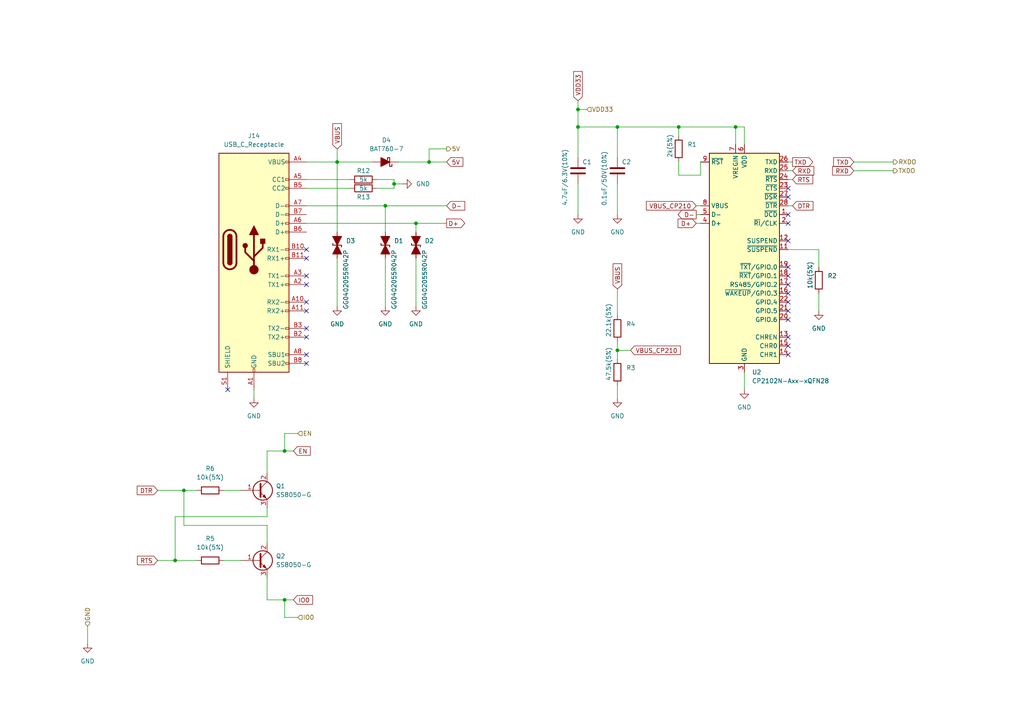
<source format=kicad_sch>
(kicad_sch (version 20230121) (generator eeschema)

  (uuid 561fc561-dbd8-483d-8fd5-91cd099bcbc6)

  (paper "A4")

  (lib_symbols
    (symbol "Connector:USB_C_Receptacle" (pin_names (offset 1.016)) (in_bom yes) (on_board yes)
      (property "Reference" "J" (at -10.16 29.21 0)
        (effects (font (size 1.27 1.27)) (justify left))
      )
      (property "Value" "USB_C_Receptacle" (at 10.16 29.21 0)
        (effects (font (size 1.27 1.27)) (justify right))
      )
      (property "Footprint" "" (at 3.81 0 0)
        (effects (font (size 1.27 1.27)) hide)
      )
      (property "Datasheet" "https://www.usb.org/sites/default/files/documents/usb_type-c.zip" (at 3.81 0 0)
        (effects (font (size 1.27 1.27)) hide)
      )
      (property "ki_keywords" "usb universal serial bus type-C full-featured" (at 0 0 0)
        (effects (font (size 1.27 1.27)) hide)
      )
      (property "ki_description" "USB Full-Featured Type-C Receptacle connector" (at 0 0 0)
        (effects (font (size 1.27 1.27)) hide)
      )
      (property "ki_fp_filters" "USB*C*Receptacle*" (at 0 0 0)
        (effects (font (size 1.27 1.27)) hide)
      )
      (symbol "USB_C_Receptacle_0_0"
        (rectangle (start -0.254 -35.56) (end 0.254 -34.544)
          (stroke (width 0) (type default))
          (fill (type none))
        )
        (rectangle (start 10.16 -32.766) (end 9.144 -33.274)
          (stroke (width 0) (type default))
          (fill (type none))
        )
        (rectangle (start 10.16 -30.226) (end 9.144 -30.734)
          (stroke (width 0) (type default))
          (fill (type none))
        )
        (rectangle (start 10.16 -25.146) (end 9.144 -25.654)
          (stroke (width 0) (type default))
          (fill (type none))
        )
        (rectangle (start 10.16 -22.606) (end 9.144 -23.114)
          (stroke (width 0) (type default))
          (fill (type none))
        )
        (rectangle (start 10.16 -17.526) (end 9.144 -18.034)
          (stroke (width 0) (type default))
          (fill (type none))
        )
        (rectangle (start 10.16 -14.986) (end 9.144 -15.494)
          (stroke (width 0) (type default))
          (fill (type none))
        )
        (rectangle (start 10.16 -9.906) (end 9.144 -10.414)
          (stroke (width 0) (type default))
          (fill (type none))
        )
        (rectangle (start 10.16 -7.366) (end 9.144 -7.874)
          (stroke (width 0) (type default))
          (fill (type none))
        )
        (rectangle (start 10.16 -2.286) (end 9.144 -2.794)
          (stroke (width 0) (type default))
          (fill (type none))
        )
        (rectangle (start 10.16 0.254) (end 9.144 -0.254)
          (stroke (width 0) (type default))
          (fill (type none))
        )
        (rectangle (start 10.16 5.334) (end 9.144 4.826)
          (stroke (width 0) (type default))
          (fill (type none))
        )
        (rectangle (start 10.16 7.874) (end 9.144 7.366)
          (stroke (width 0) (type default))
          (fill (type none))
        )
        (rectangle (start 10.16 10.414) (end 9.144 9.906)
          (stroke (width 0) (type default))
          (fill (type none))
        )
        (rectangle (start 10.16 12.954) (end 9.144 12.446)
          (stroke (width 0) (type default))
          (fill (type none))
        )
        (rectangle (start 10.16 18.034) (end 9.144 17.526)
          (stroke (width 0) (type default))
          (fill (type none))
        )
        (rectangle (start 10.16 20.574) (end 9.144 20.066)
          (stroke (width 0) (type default))
          (fill (type none))
        )
        (rectangle (start 10.16 25.654) (end 9.144 25.146)
          (stroke (width 0) (type default))
          (fill (type none))
        )
      )
      (symbol "USB_C_Receptacle_0_1"
        (rectangle (start -10.16 27.94) (end 10.16 -35.56)
          (stroke (width 0.254) (type default))
          (fill (type background))
        )
        (arc (start -8.89 -3.81) (mid -6.985 -5.7067) (end -5.08 -3.81)
          (stroke (width 0.508) (type default))
          (fill (type none))
        )
        (arc (start -7.62 -3.81) (mid -6.985 -4.4423) (end -6.35 -3.81)
          (stroke (width 0.254) (type default))
          (fill (type none))
        )
        (arc (start -7.62 -3.81) (mid -6.985 -4.4423) (end -6.35 -3.81)
          (stroke (width 0.254) (type default))
          (fill (type outline))
        )
        (rectangle (start -7.62 -3.81) (end -6.35 3.81)
          (stroke (width 0.254) (type default))
          (fill (type outline))
        )
        (arc (start -6.35 3.81) (mid -6.985 4.4423) (end -7.62 3.81)
          (stroke (width 0.254) (type default))
          (fill (type none))
        )
        (arc (start -6.35 3.81) (mid -6.985 4.4423) (end -7.62 3.81)
          (stroke (width 0.254) (type default))
          (fill (type outline))
        )
        (arc (start -5.08 3.81) (mid -6.985 5.7067) (end -8.89 3.81)
          (stroke (width 0.508) (type default))
          (fill (type none))
        )
        (polyline
          (pts
            (xy -8.89 -3.81)
            (xy -8.89 3.81)
          )
          (stroke (width 0.508) (type default))
          (fill (type none))
        )
        (polyline
          (pts
            (xy -5.08 3.81)
            (xy -5.08 -3.81)
          )
          (stroke (width 0.508) (type default))
          (fill (type none))
        )
      )
      (symbol "USB_C_Receptacle_1_1"
        (circle (center -2.54 1.143) (radius 0.635)
          (stroke (width 0.254) (type default))
          (fill (type outline))
        )
        (circle (center 0 -5.842) (radius 1.27)
          (stroke (width 0) (type default))
          (fill (type outline))
        )
        (polyline
          (pts
            (xy 0 -5.842)
            (xy 0 4.318)
          )
          (stroke (width 0.508) (type default))
          (fill (type none))
        )
        (polyline
          (pts
            (xy 0 -3.302)
            (xy -2.54 -0.762)
            (xy -2.54 0.508)
          )
          (stroke (width 0.508) (type default))
          (fill (type none))
        )
        (polyline
          (pts
            (xy 0 -2.032)
            (xy 2.54 0.508)
            (xy 2.54 1.778)
          )
          (stroke (width 0.508) (type default))
          (fill (type none))
        )
        (polyline
          (pts
            (xy -1.27 4.318)
            (xy 0 6.858)
            (xy 1.27 4.318)
            (xy -1.27 4.318)
          )
          (stroke (width 0.254) (type default))
          (fill (type outline))
        )
        (rectangle (start 1.905 1.778) (end 3.175 3.048)
          (stroke (width 0.254) (type default))
          (fill (type outline))
        )
        (pin passive line (at 0 -40.64 90) (length 5.08)
          (name "GND" (effects (font (size 1.27 1.27))))
          (number "A1" (effects (font (size 1.27 1.27))))
        )
        (pin bidirectional line (at 15.24 -15.24 180) (length 5.08)
          (name "RX2-" (effects (font (size 1.27 1.27))))
          (number "A10" (effects (font (size 1.27 1.27))))
        )
        (pin bidirectional line (at 15.24 -17.78 180) (length 5.08)
          (name "RX2+" (effects (font (size 1.27 1.27))))
          (number "A11" (effects (font (size 1.27 1.27))))
        )
        (pin passive line (at 0 -40.64 90) (length 5.08) hide
          (name "GND" (effects (font (size 1.27 1.27))))
          (number "A12" (effects (font (size 1.27 1.27))))
        )
        (pin bidirectional line (at 15.24 -10.16 180) (length 5.08)
          (name "TX1+" (effects (font (size 1.27 1.27))))
          (number "A2" (effects (font (size 1.27 1.27))))
        )
        (pin bidirectional line (at 15.24 -7.62 180) (length 5.08)
          (name "TX1-" (effects (font (size 1.27 1.27))))
          (number "A3" (effects (font (size 1.27 1.27))))
        )
        (pin passive line (at 15.24 25.4 180) (length 5.08)
          (name "VBUS" (effects (font (size 1.27 1.27))))
          (number "A4" (effects (font (size 1.27 1.27))))
        )
        (pin bidirectional line (at 15.24 20.32 180) (length 5.08)
          (name "CC1" (effects (font (size 1.27 1.27))))
          (number "A5" (effects (font (size 1.27 1.27))))
        )
        (pin bidirectional line (at 15.24 7.62 180) (length 5.08)
          (name "D+" (effects (font (size 1.27 1.27))))
          (number "A6" (effects (font (size 1.27 1.27))))
        )
        (pin bidirectional line (at 15.24 12.7 180) (length 5.08)
          (name "D-" (effects (font (size 1.27 1.27))))
          (number "A7" (effects (font (size 1.27 1.27))))
        )
        (pin bidirectional line (at 15.24 -30.48 180) (length 5.08)
          (name "SBU1" (effects (font (size 1.27 1.27))))
          (number "A8" (effects (font (size 1.27 1.27))))
        )
        (pin passive line (at 15.24 25.4 180) (length 5.08) hide
          (name "VBUS" (effects (font (size 1.27 1.27))))
          (number "A9" (effects (font (size 1.27 1.27))))
        )
        (pin passive line (at 0 -40.64 90) (length 5.08) hide
          (name "GND" (effects (font (size 1.27 1.27))))
          (number "B1" (effects (font (size 1.27 1.27))))
        )
        (pin bidirectional line (at 15.24 0 180) (length 5.08)
          (name "RX1-" (effects (font (size 1.27 1.27))))
          (number "B10" (effects (font (size 1.27 1.27))))
        )
        (pin bidirectional line (at 15.24 -2.54 180) (length 5.08)
          (name "RX1+" (effects (font (size 1.27 1.27))))
          (number "B11" (effects (font (size 1.27 1.27))))
        )
        (pin passive line (at 0 -40.64 90) (length 5.08) hide
          (name "GND" (effects (font (size 1.27 1.27))))
          (number "B12" (effects (font (size 1.27 1.27))))
        )
        (pin bidirectional line (at 15.24 -25.4 180) (length 5.08)
          (name "TX2+" (effects (font (size 1.27 1.27))))
          (number "B2" (effects (font (size 1.27 1.27))))
        )
        (pin bidirectional line (at 15.24 -22.86 180) (length 5.08)
          (name "TX2-" (effects (font (size 1.27 1.27))))
          (number "B3" (effects (font (size 1.27 1.27))))
        )
        (pin passive line (at 15.24 25.4 180) (length 5.08) hide
          (name "VBUS" (effects (font (size 1.27 1.27))))
          (number "B4" (effects (font (size 1.27 1.27))))
        )
        (pin bidirectional line (at 15.24 17.78 180) (length 5.08)
          (name "CC2" (effects (font (size 1.27 1.27))))
          (number "B5" (effects (font (size 1.27 1.27))))
        )
        (pin bidirectional line (at 15.24 5.08 180) (length 5.08)
          (name "D+" (effects (font (size 1.27 1.27))))
          (number "B6" (effects (font (size 1.27 1.27))))
        )
        (pin bidirectional line (at 15.24 10.16 180) (length 5.08)
          (name "D-" (effects (font (size 1.27 1.27))))
          (number "B7" (effects (font (size 1.27 1.27))))
        )
        (pin bidirectional line (at 15.24 -33.02 180) (length 5.08)
          (name "SBU2" (effects (font (size 1.27 1.27))))
          (number "B8" (effects (font (size 1.27 1.27))))
        )
        (pin passive line (at 15.24 25.4 180) (length 5.08) hide
          (name "VBUS" (effects (font (size 1.27 1.27))))
          (number "B9" (effects (font (size 1.27 1.27))))
        )
        (pin passive line (at -7.62 -40.64 90) (length 5.08)
          (name "SHIELD" (effects (font (size 1.27 1.27))))
          (number "S1" (effects (font (size 1.27 1.27))))
        )
      )
    )
    (symbol "Device:C" (pin_numbers hide) (pin_names (offset 0.254)) (in_bom yes) (on_board yes)
      (property "Reference" "C" (at 0.635 2.54 0)
        (effects (font (size 1.27 1.27)) (justify left))
      )
      (property "Value" "C" (at 0.635 -2.54 0)
        (effects (font (size 1.27 1.27)) (justify left))
      )
      (property "Footprint" "" (at 0.9652 -3.81 0)
        (effects (font (size 1.27 1.27)) hide)
      )
      (property "Datasheet" "~" (at 0 0 0)
        (effects (font (size 1.27 1.27)) hide)
      )
      (property "ki_keywords" "cap capacitor" (at 0 0 0)
        (effects (font (size 1.27 1.27)) hide)
      )
      (property "ki_description" "Unpolarized capacitor" (at 0 0 0)
        (effects (font (size 1.27 1.27)) hide)
      )
      (property "ki_fp_filters" "C_*" (at 0 0 0)
        (effects (font (size 1.27 1.27)) hide)
      )
      (symbol "C_0_1"
        (polyline
          (pts
            (xy -2.032 -0.762)
            (xy 2.032 -0.762)
          )
          (stroke (width 0.508) (type default))
          (fill (type none))
        )
        (polyline
          (pts
            (xy -2.032 0.762)
            (xy 2.032 0.762)
          )
          (stroke (width 0.508) (type default))
          (fill (type none))
        )
      )
      (symbol "C_1_1"
        (pin passive line (at 0 3.81 270) (length 2.794)
          (name "~" (effects (font (size 1.27 1.27))))
          (number "1" (effects (font (size 1.27 1.27))))
        )
        (pin passive line (at 0 -3.81 90) (length 2.794)
          (name "~" (effects (font (size 1.27 1.27))))
          (number "2" (effects (font (size 1.27 1.27))))
        )
      )
    )
    (symbol "Device:D_Schottky_Filled" (pin_numbers hide) (pin_names (offset 1.016) hide) (in_bom yes) (on_board yes)
      (property "Reference" "D" (at 0 2.54 0)
        (effects (font (size 1.27 1.27)))
      )
      (property "Value" "D_Schottky_Filled" (at 0 -2.54 0)
        (effects (font (size 1.27 1.27)))
      )
      (property "Footprint" "" (at 0 0 0)
        (effects (font (size 1.27 1.27)) hide)
      )
      (property "Datasheet" "~" (at 0 0 0)
        (effects (font (size 1.27 1.27)) hide)
      )
      (property "ki_keywords" "diode Schottky" (at 0 0 0)
        (effects (font (size 1.27 1.27)) hide)
      )
      (property "ki_description" "Schottky diode, filled shape" (at 0 0 0)
        (effects (font (size 1.27 1.27)) hide)
      )
      (property "ki_fp_filters" "TO-???* *_Diode_* *SingleDiode* D_*" (at 0 0 0)
        (effects (font (size 1.27 1.27)) hide)
      )
      (symbol "D_Schottky_Filled_0_1"
        (polyline
          (pts
            (xy 1.27 0)
            (xy -1.27 0)
          )
          (stroke (width 0) (type default))
          (fill (type none))
        )
        (polyline
          (pts
            (xy 1.27 1.27)
            (xy 1.27 -1.27)
            (xy -1.27 0)
            (xy 1.27 1.27)
          )
          (stroke (width 0.254) (type default))
          (fill (type outline))
        )
        (polyline
          (pts
            (xy -1.905 0.635)
            (xy -1.905 1.27)
            (xy -1.27 1.27)
            (xy -1.27 -1.27)
            (xy -0.635 -1.27)
            (xy -0.635 -0.635)
          )
          (stroke (width 0.254) (type default))
          (fill (type none))
        )
      )
      (symbol "D_Schottky_Filled_1_1"
        (pin passive line (at -3.81 0 0) (length 2.54)
          (name "K" (effects (font (size 1.27 1.27))))
          (number "1" (effects (font (size 1.27 1.27))))
        )
        (pin passive line (at 3.81 0 180) (length 2.54)
          (name "A" (effects (font (size 1.27 1.27))))
          (number "2" (effects (font (size 1.27 1.27))))
        )
      )
    )
    (symbol "Device:D_TVS_Filled" (pin_numbers hide) (pin_names (offset 1.016) hide) (in_bom yes) (on_board yes)
      (property "Reference" "D" (at 0 2.54 0)
        (effects (font (size 1.27 1.27)))
      )
      (property "Value" "D_TVS_Filled" (at 0 -2.54 0)
        (effects (font (size 1.27 1.27)))
      )
      (property "Footprint" "" (at 0 0 0)
        (effects (font (size 1.27 1.27)) hide)
      )
      (property "Datasheet" "~" (at 0 0 0)
        (effects (font (size 1.27 1.27)) hide)
      )
      (property "ki_keywords" "diode TVS thyrector" (at 0 0 0)
        (effects (font (size 1.27 1.27)) hide)
      )
      (property "ki_description" "Bidirectional transient-voltage-suppression diode, filled shape" (at 0 0 0)
        (effects (font (size 1.27 1.27)) hide)
      )
      (property "ki_fp_filters" "TO-???* *_Diode_* *SingleDiode* D_*" (at 0 0 0)
        (effects (font (size 1.27 1.27)) hide)
      )
      (symbol "D_TVS_Filled_0_1"
        (polyline
          (pts
            (xy 1.27 0)
            (xy -1.27 0)
          )
          (stroke (width 0) (type default))
          (fill (type none))
        )
        (polyline
          (pts
            (xy -2.54 -1.27)
            (xy 0 0)
            (xy -2.54 1.27)
            (xy -2.54 -1.27)
          )
          (stroke (width 0.254) (type default))
          (fill (type outline))
        )
        (polyline
          (pts
            (xy 0.508 1.27)
            (xy 0 1.27)
            (xy 0 -1.27)
            (xy -0.508 -1.27)
          )
          (stroke (width 0.254) (type default))
          (fill (type none))
        )
        (polyline
          (pts
            (xy 2.54 1.27)
            (xy 2.54 -1.27)
            (xy 0 0)
            (xy 2.54 1.27)
          )
          (stroke (width 0.254) (type default))
          (fill (type outline))
        )
      )
      (symbol "D_TVS_Filled_1_1"
        (pin passive line (at -3.81 0 0) (length 2.54)
          (name "A1" (effects (font (size 1.27 1.27))))
          (number "1" (effects (font (size 1.27 1.27))))
        )
        (pin passive line (at 3.81 0 180) (length 2.54)
          (name "A2" (effects (font (size 1.27 1.27))))
          (number "2" (effects (font (size 1.27 1.27))))
        )
      )
    )
    (symbol "Device:R" (pin_numbers hide) (pin_names (offset 0)) (in_bom yes) (on_board yes)
      (property "Reference" "R" (at 2.032 0 90)
        (effects (font (size 1.27 1.27)))
      )
      (property "Value" "R" (at 0 0 90)
        (effects (font (size 1.27 1.27)))
      )
      (property "Footprint" "" (at -1.778 0 90)
        (effects (font (size 1.27 1.27)) hide)
      )
      (property "Datasheet" "~" (at 0 0 0)
        (effects (font (size 1.27 1.27)) hide)
      )
      (property "ki_keywords" "R res resistor" (at 0 0 0)
        (effects (font (size 1.27 1.27)) hide)
      )
      (property "ki_description" "Resistor" (at 0 0 0)
        (effects (font (size 1.27 1.27)) hide)
      )
      (property "ki_fp_filters" "R_*" (at 0 0 0)
        (effects (font (size 1.27 1.27)) hide)
      )
      (symbol "R_0_1"
        (rectangle (start -1.016 -2.54) (end 1.016 2.54)
          (stroke (width 0.254) (type default))
          (fill (type none))
        )
      )
      (symbol "R_1_1"
        (pin passive line (at 0 3.81 270) (length 1.27)
          (name "~" (effects (font (size 1.27 1.27))))
          (number "1" (effects (font (size 1.27 1.27))))
        )
        (pin passive line (at 0 -3.81 90) (length 1.27)
          (name "~" (effects (font (size 1.27 1.27))))
          (number "2" (effects (font (size 1.27 1.27))))
        )
      )
    )
    (symbol "Interface_USB:CP2102N-Axx-xQFN28" (in_bom yes) (on_board yes)
      (property "Reference" "U" (at -8.89 31.75 0)
        (effects (font (size 1.27 1.27)))
      )
      (property "Value" "CP2102N-Axx-xQFN28" (at 12.7 31.75 0)
        (effects (font (size 1.27 1.27)))
      )
      (property "Footprint" "Package_DFN_QFN:QFN-28-1EP_5x5mm_P0.5mm_EP3.35x3.35mm" (at 33.02 -31.75 0)
        (effects (font (size 1.27 1.27)) hide)
      )
      (property "Datasheet" "https://www.silabs.com/documents/public/data-sheets/cp2102n-datasheet.pdf" (at 1.27 -19.05 0)
        (effects (font (size 1.27 1.27)) hide)
      )
      (property "ki_keywords" "USB UART bridge" (at 0 0 0)
        (effects (font (size 1.27 1.27)) hide)
      )
      (property "ki_description" "USB to UART master bridge, QFN-28" (at 0 0 0)
        (effects (font (size 1.27 1.27)) hide)
      )
      (property "ki_fp_filters" "QFN*1EP*5x5mm*P0.5mm*" (at 0 0 0)
        (effects (font (size 1.27 1.27)) hide)
      )
      (symbol "CP2102N-Axx-xQFN28_0_1"
        (rectangle (start -10.16 30.48) (end 10.16 -30.48)
          (stroke (width 0.254) (type default))
          (fill (type background))
        )
      )
      (symbol "CP2102N-Axx-xQFN28_1_1"
        (pin input line (at 12.7 12.7 180) (length 2.54)
          (name "~{DCD}" (effects (font (size 1.27 1.27))))
          (number "1" (effects (font (size 1.27 1.27))))
        )
        (pin no_connect line (at -10.16 -27.94 0) (length 2.54) hide
          (name "NC" (effects (font (size 1.27 1.27))))
          (number "10" (effects (font (size 1.27 1.27))))
        )
        (pin output line (at 12.7 2.54 180) (length 2.54)
          (name "~{SUSPEND}" (effects (font (size 1.27 1.27))))
          (number "11" (effects (font (size 1.27 1.27))))
        )
        (pin output line (at 12.7 5.08 180) (length 2.54)
          (name "SUSPEND" (effects (font (size 1.27 1.27))))
          (number "12" (effects (font (size 1.27 1.27))))
        )
        (pin output line (at 12.7 -22.86 180) (length 2.54)
          (name "CHREN" (effects (font (size 1.27 1.27))))
          (number "13" (effects (font (size 1.27 1.27))))
        )
        (pin output line (at 12.7 -27.94 180) (length 2.54)
          (name "CHR1" (effects (font (size 1.27 1.27))))
          (number "14" (effects (font (size 1.27 1.27))))
        )
        (pin output line (at 12.7 -25.4 180) (length 2.54)
          (name "CHR0" (effects (font (size 1.27 1.27))))
          (number "15" (effects (font (size 1.27 1.27))))
        )
        (pin bidirectional line (at 12.7 -10.16 180) (length 2.54)
          (name "~{WAKEUP}/GPIO.3" (effects (font (size 1.27 1.27))))
          (number "16" (effects (font (size 1.27 1.27))))
        )
        (pin bidirectional line (at 12.7 -7.62 180) (length 2.54)
          (name "RS485/GPIO.2" (effects (font (size 1.27 1.27))))
          (number "17" (effects (font (size 1.27 1.27))))
        )
        (pin bidirectional line (at 12.7 -5.08 180) (length 2.54)
          (name "~{RXT}/GPIO.1" (effects (font (size 1.27 1.27))))
          (number "18" (effects (font (size 1.27 1.27))))
        )
        (pin bidirectional line (at 12.7 -2.54 180) (length 2.54)
          (name "~{TXT}/GPIO.0" (effects (font (size 1.27 1.27))))
          (number "19" (effects (font (size 1.27 1.27))))
        )
        (pin bidirectional line (at 12.7 10.16 180) (length 2.54)
          (name "~{RI}/CLK" (effects (font (size 1.27 1.27))))
          (number "2" (effects (font (size 1.27 1.27))))
        )
        (pin bidirectional line (at 12.7 -17.78 180) (length 2.54)
          (name "GPIO.6" (effects (font (size 1.27 1.27))))
          (number "20" (effects (font (size 1.27 1.27))))
        )
        (pin bidirectional line (at 12.7 -15.24 180) (length 2.54)
          (name "GPIO.5" (effects (font (size 1.27 1.27))))
          (number "21" (effects (font (size 1.27 1.27))))
        )
        (pin bidirectional line (at 12.7 -12.7 180) (length 2.54)
          (name "GPIO.4" (effects (font (size 1.27 1.27))))
          (number "22" (effects (font (size 1.27 1.27))))
        )
        (pin input line (at 12.7 20.32 180) (length 2.54)
          (name "~{CTS}" (effects (font (size 1.27 1.27))))
          (number "23" (effects (font (size 1.27 1.27))))
        )
        (pin output line (at 12.7 22.86 180) (length 2.54)
          (name "~{RTS}" (effects (font (size 1.27 1.27))))
          (number "24" (effects (font (size 1.27 1.27))))
        )
        (pin input line (at 12.7 25.4 180) (length 2.54)
          (name "RXD" (effects (font (size 1.27 1.27))))
          (number "25" (effects (font (size 1.27 1.27))))
        )
        (pin output line (at 12.7 27.94 180) (length 2.54)
          (name "TXD" (effects (font (size 1.27 1.27))))
          (number "26" (effects (font (size 1.27 1.27))))
        )
        (pin input line (at 12.7 17.78 180) (length 2.54)
          (name "~{DSR}" (effects (font (size 1.27 1.27))))
          (number "27" (effects (font (size 1.27 1.27))))
        )
        (pin output line (at 12.7 15.24 180) (length 2.54)
          (name "~{DTR}" (effects (font (size 1.27 1.27))))
          (number "28" (effects (font (size 1.27 1.27))))
        )
        (pin passive line (at 0 -33.02 90) (length 2.54) hide
          (name "GND" (effects (font (size 1.27 1.27))))
          (number "29" (effects (font (size 1.27 1.27))))
        )
        (pin power_in line (at 0 -33.02 90) (length 2.54)
          (name "GND" (effects (font (size 1.27 1.27))))
          (number "3" (effects (font (size 1.27 1.27))))
        )
        (pin bidirectional line (at -12.7 10.16 0) (length 2.54)
          (name "D+" (effects (font (size 1.27 1.27))))
          (number "4" (effects (font (size 1.27 1.27))))
        )
        (pin bidirectional line (at -12.7 12.7 0) (length 2.54)
          (name "D-" (effects (font (size 1.27 1.27))))
          (number "5" (effects (font (size 1.27 1.27))))
        )
        (pin power_in line (at 0 33.02 270) (length 2.54)
          (name "VDD" (effects (font (size 1.27 1.27))))
          (number "6" (effects (font (size 1.27 1.27))))
        )
        (pin power_in line (at -2.54 33.02 270) (length 2.54)
          (name "VREGIN" (effects (font (size 1.27 1.27))))
          (number "7" (effects (font (size 1.27 1.27))))
        )
        (pin input line (at -12.7 15.24 0) (length 2.54)
          (name "VBUS" (effects (font (size 1.27 1.27))))
          (number "8" (effects (font (size 1.27 1.27))))
        )
        (pin input line (at -12.7 27.94 0) (length 2.54)
          (name "~{RST}" (effects (font (size 1.27 1.27))))
          (number "9" (effects (font (size 1.27 1.27))))
        )
      )
    )
    (symbol "Transistor_BJT:2SD1047" (pin_names (offset 0) hide) (in_bom yes) (on_board yes)
      (property "Reference" "Q" (at 6.35 1.905 0)
        (effects (font (size 1.27 1.27)) (justify left))
      )
      (property "Value" "2SD1047" (at 6.35 0 0)
        (effects (font (size 1.27 1.27)) (justify left))
      )
      (property "Footprint" "Package_TO_SOT_THT:TO-3PB-3_Vertical" (at 6.35 -1.905 0)
        (effects (font (size 1.27 1.27) italic) (justify left) hide)
      )
      (property "Datasheet" "http://www.st.com/resource/en/datasheet/2sd1047.pdf" (at 0 0 0)
        (effects (font (size 1.27 1.27)) (justify left) hide)
      )
      (property "ki_keywords" "Power NPN Transistor" (at 0 0 0)
        (effects (font (size 1.27 1.27)) hide)
      )
      (property "ki_description" "12A Ic, 140V Vce, Silicon Power NPN Transistors, TO-3PB" (at 0 0 0)
        (effects (font (size 1.27 1.27)) hide)
      )
      (property "ki_fp_filters" "TO?3PB*" (at 0 0 0)
        (effects (font (size 1.27 1.27)) hide)
      )
      (symbol "2SD1047_0_1"
        (polyline
          (pts
            (xy 0 0)
            (xy 0.762 0)
          )
          (stroke (width 0) (type default))
          (fill (type none))
        )
        (polyline
          (pts
            (xy 0.635 0.635)
            (xy 2.54 2.54)
          )
          (stroke (width 0) (type default))
          (fill (type none))
        )
        (polyline
          (pts
            (xy 0.635 -0.635)
            (xy 2.54 -2.54)
            (xy 2.54 -2.54)
          )
          (stroke (width 0) (type default))
          (fill (type none))
        )
        (polyline
          (pts
            (xy 0.635 1.905)
            (xy 0.635 -1.905)
            (xy 0.635 -1.905)
          )
          (stroke (width 0.508) (type default))
          (fill (type none))
        )
        (polyline
          (pts
            (xy 1.27 -1.778)
            (xy 1.778 -1.27)
            (xy 2.286 -2.286)
            (xy 1.27 -1.778)
            (xy 1.27 -1.778)
          )
          (stroke (width 0) (type default))
          (fill (type outline))
        )
        (circle (center 1.27 0) (radius 2.8194)
          (stroke (width 0.254) (type default))
          (fill (type none))
        )
      )
      (symbol "2SD1047_1_1"
        (pin input line (at -5.08 0 0) (length 5.08)
          (name "B" (effects (font (size 1.27 1.27))))
          (number "1" (effects (font (size 1.27 1.27))))
        )
        (pin passive line (at 2.54 5.08 270) (length 2.54)
          (name "C" (effects (font (size 1.27 1.27))))
          (number "2" (effects (font (size 1.27 1.27))))
        )
        (pin passive line (at 2.54 -5.08 90) (length 2.54)
          (name "E" (effects (font (size 1.27 1.27))))
          (number "3" (effects (font (size 1.27 1.27))))
        )
      )
    )
    (symbol "power:GND" (power) (pin_names (offset 0)) (in_bom yes) (on_board yes)
      (property "Reference" "#PWR" (at 0 -6.35 0)
        (effects (font (size 1.27 1.27)) hide)
      )
      (property "Value" "GND" (at 0 -3.81 0)
        (effects (font (size 1.27 1.27)))
      )
      (property "Footprint" "" (at 0 0 0)
        (effects (font (size 1.27 1.27)) hide)
      )
      (property "Datasheet" "" (at 0 0 0)
        (effects (font (size 1.27 1.27)) hide)
      )
      (property "ki_keywords" "global power" (at 0 0 0)
        (effects (font (size 1.27 1.27)) hide)
      )
      (property "ki_description" "Power symbol creates a global label with name \"GND\" , ground" (at 0 0 0)
        (effects (font (size 1.27 1.27)) hide)
      )
      (symbol "GND_0_1"
        (polyline
          (pts
            (xy 0 0)
            (xy 0 -1.27)
            (xy 1.27 -1.27)
            (xy 0 -2.54)
            (xy -1.27 -1.27)
            (xy 0 -1.27)
          )
          (stroke (width 0) (type default))
          (fill (type none))
        )
      )
      (symbol "GND_1_1"
        (pin power_in line (at 0 0 270) (length 0) hide
          (name "GND" (effects (font (size 1.27 1.27))))
          (number "1" (effects (font (size 1.27 1.27))))
        )
      )
    )
  )

  (junction (at 213.36 36.83) (diameter 0) (color 0 0 0 0)
    (uuid 0862dd3d-a7ad-4ab4-b82f-b37d4305ab55)
  )
  (junction (at 196.85 36.83) (diameter 0) (color 0 0 0 0)
    (uuid 109eb1c6-ef7c-4bfd-8dae-d7787052011c)
  )
  (junction (at 179.07 36.83) (diameter 0) (color 0 0 0 0)
    (uuid 11476f73-aa0e-4ea4-8be1-cf38a8a51ab3)
  )
  (junction (at 111.76 59.69) (diameter 0) (color 0 0 0 0)
    (uuid 220df6fb-8fc3-4f59-8a18-11da3dbbd5bb)
  )
  (junction (at 97.79 46.99) (diameter 0) (color 0 0 0 0)
    (uuid 271231f0-b073-438d-96f6-797b1d3de2ea)
  )
  (junction (at 167.64 36.83) (diameter 0) (color 0 0 0 0)
    (uuid 4622ed95-8847-4bc8-ad80-094740e32d3e)
  )
  (junction (at 82.55 130.81) (diameter 0) (color 0 0 0 0)
    (uuid 5472ad6e-32cb-46ba-892f-beadad271592)
  )
  (junction (at 179.07 101.6) (diameter 0) (color 0 0 0 0)
    (uuid 82f85a13-6d93-41d7-ba14-fa1c653152f9)
  )
  (junction (at 120.65 64.77) (diameter 0) (color 0 0 0 0)
    (uuid 849a9743-973a-45fe-ad0a-b3386650056f)
  )
  (junction (at 50.8 162.56) (diameter 0) (color 0 0 0 0)
    (uuid 9771bd32-eccf-4d13-bab0-1fe9ccf87459)
  )
  (junction (at 114.3 53.34) (diameter 0) (color 0 0 0 0)
    (uuid b1487cc6-281e-46db-8ee3-4f7270904998)
  )
  (junction (at 124.46 46.99) (diameter 0) (color 0 0 0 0)
    (uuid b55ce691-6f4d-4d7a-9831-4677d051da0a)
  )
  (junction (at 82.55 173.99) (diameter 0) (color 0 0 0 0)
    (uuid d4e11185-4e72-4786-8fb5-e420921472d5)
  )
  (junction (at 167.64 31.75) (diameter 0) (color 0 0 0 0)
    (uuid daeffef2-f29b-46bf-8b12-9f8b92995634)
  )
  (junction (at 53.34 142.24) (diameter 0) (color 0 0 0 0)
    (uuid fb7ddbe5-3d57-4613-8bbd-7cabb44ff211)
  )

  (no_connect (at 88.9 95.25) (uuid 03064a6a-1d11-4dff-a131-e1277fd0a880))
  (no_connect (at 88.9 97.79) (uuid 052202ed-527c-4482-8d0e-41dd840592fd))
  (no_connect (at 228.6 97.79) (uuid 13858f75-e547-4f46-a797-3d3931f95a54))
  (no_connect (at 88.9 105.41) (uuid 18c63cae-08b9-4800-8fbd-499f32c9f0a9))
  (no_connect (at 88.9 74.93) (uuid 1ccc598e-132e-4dee-a246-ff659134e494))
  (no_connect (at 228.6 102.87) (uuid 24f561f3-0a82-46e9-9372-21aefcc8bc12))
  (no_connect (at 228.6 54.61) (uuid 479f515f-0d1a-429d-963e-8e7557776b6e))
  (no_connect (at 66.04 113.03) (uuid 518d6cb5-66fd-427f-a13e-dd7d53db9e58))
  (no_connect (at 228.6 82.55) (uuid 57f151f9-15f5-433f-aab6-d64bd0232ac0))
  (no_connect (at 228.6 85.09) (uuid 5f339a94-0724-4fd0-aeb1-3b9376e6d3dd))
  (no_connect (at 228.6 62.23) (uuid 61752881-9dad-4335-9caf-e2378e1d514e))
  (no_connect (at 88.9 80.01) (uuid 643bb8f3-0b19-450a-a652-fd9517f294ed))
  (no_connect (at 88.9 102.87) (uuid 6e623060-f019-4ece-93d7-eafc661ca6cf))
  (no_connect (at 228.6 69.85) (uuid 772d545e-aa64-4631-952e-f88ae1772f17))
  (no_connect (at 228.6 90.17) (uuid 7c71af4b-9dcd-42d7-bbec-f50acf92d6dd))
  (no_connect (at 228.6 80.01) (uuid 8bdfddf9-5f21-4187-af4a-4c3b3bd28268))
  (no_connect (at 88.9 72.39) (uuid 8f6b5f88-fe60-4547-9166-3dc7b196acdc))
  (no_connect (at 228.6 77.47) (uuid a4b437a5-a43e-44cb-8888-a6de2d3b7fb1))
  (no_connect (at 228.6 87.63) (uuid ac8eb911-8e66-4047-8952-f4d1be0ea68e))
  (no_connect (at 228.6 100.33) (uuid b3e09108-1c37-439e-90ed-1e24e48b0655))
  (no_connect (at 228.6 64.77) (uuid bb240360-c496-4a0d-a20f-37714d982e2a))
  (no_connect (at 88.9 87.63) (uuid c5e44bc6-67c7-43e6-b2d1-7cd828d6592a))
  (no_connect (at 228.6 57.15) (uuid d03c3e88-ddb6-4461-846e-565f4ef22e41))
  (no_connect (at 88.9 82.55) (uuid d33250b9-ea8c-475b-8f6f-3598ffdb9a1e))
  (no_connect (at 228.6 92.71) (uuid e2a28332-c9c5-4f54-93ac-17649ea8b498))
  (no_connect (at 88.9 90.17) (uuid f0be3fa0-1fe3-4b20-a1cc-ce665d812622))

  (wire (pts (xy 120.65 64.77) (xy 120.65 67.31))
    (stroke (width 0) (type default))
    (uuid 008a12ae-c5b5-4e7e-acda-525d5156727d)
  )
  (wire (pts (xy 167.64 31.75) (xy 170.18 31.75))
    (stroke (width 0) (type default))
    (uuid 03b34456-3fa2-4cf5-942a-21387832d66e)
  )
  (wire (pts (xy 229.87 49.53) (xy 228.6 49.53))
    (stroke (width 0) (type default))
    (uuid 03cc0a7c-babb-438f-8601-c3fc74ba4b83)
  )
  (wire (pts (xy 111.76 59.69) (xy 129.54 59.69))
    (stroke (width 0) (type default))
    (uuid 04595629-2afb-4afd-b23d-dfe4bb179daa)
  )
  (wire (pts (xy 73.66 115.57) (xy 73.66 113.03))
    (stroke (width 0) (type default))
    (uuid 05e6ae39-13db-4022-a672-d7a80aa139ed)
  )
  (wire (pts (xy 203.2 50.8) (xy 203.2 46.99))
    (stroke (width 0) (type default))
    (uuid 061aa35d-1002-4f0b-8758-d6e08c4d5ee9)
  )
  (wire (pts (xy 57.15 162.56) (xy 50.8 162.56))
    (stroke (width 0) (type default))
    (uuid 06a90bc3-0511-4196-95d7-3eb27ed1dec1)
  )
  (wire (pts (xy 64.77 142.24) (xy 69.85 142.24))
    (stroke (width 0) (type default))
    (uuid 06b8a02f-63d5-409c-9863-6da1f94eb356)
  )
  (wire (pts (xy 167.64 31.75) (xy 167.64 36.83))
    (stroke (width 0) (type default))
    (uuid 06e351e9-45e8-4007-b39e-12e8cc2b9adf)
  )
  (wire (pts (xy 86.36 179.07) (xy 82.55 179.07))
    (stroke (width 0) (type default))
    (uuid 06fcee36-28ec-4db4-a0f4-84ea2031754a)
  )
  (wire (pts (xy 53.34 152.4) (xy 77.47 152.4))
    (stroke (width 0) (type default))
    (uuid 07326f9b-e844-46b4-92dd-e7584223dde4)
  )
  (wire (pts (xy 229.87 46.99) (xy 228.6 46.99))
    (stroke (width 0) (type default))
    (uuid 08d211e3-bbb5-4d81-9e57-fb6f5eb43d26)
  )
  (wire (pts (xy 237.49 90.17) (xy 237.49 85.09))
    (stroke (width 0) (type default))
    (uuid 18d82595-de23-4ac0-915e-a5f379c34b17)
  )
  (wire (pts (xy 229.87 59.69) (xy 228.6 59.69))
    (stroke (width 0) (type default))
    (uuid 1f354b5b-5178-4ee2-9770-da5095900315)
  )
  (wire (pts (xy 53.34 142.24) (xy 53.34 152.4))
    (stroke (width 0) (type default))
    (uuid 21342f7f-aba6-4671-a44f-1c20b3444196)
  )
  (wire (pts (xy 201.93 64.77) (xy 203.2 64.77))
    (stroke (width 0) (type default))
    (uuid 21fad7e7-dabf-4607-8642-a063541ca2e9)
  )
  (wire (pts (xy 237.49 72.39) (xy 228.6 72.39))
    (stroke (width 0) (type default))
    (uuid 28cbbac0-553c-47a4-aef8-710e8ce65717)
  )
  (wire (pts (xy 111.76 59.69) (xy 111.76 67.31))
    (stroke (width 0) (type default))
    (uuid 2fb0b03a-55c8-44c0-9709-c35147421546)
  )
  (wire (pts (xy 77.47 152.4) (xy 77.47 157.48))
    (stroke (width 0) (type default))
    (uuid 354571b9-45b9-4fd4-b3f4-e80adaa1cc65)
  )
  (wire (pts (xy 86.36 125.73) (xy 82.55 125.73))
    (stroke (width 0) (type default))
    (uuid 35508573-a50c-4661-b2f0-16ab341f5db5)
  )
  (wire (pts (xy 124.46 46.99) (xy 115.57 46.99))
    (stroke (width 0) (type default))
    (uuid 38bbb06c-10c4-4ecc-af85-b88e0cfa026e)
  )
  (wire (pts (xy 196.85 50.8) (xy 203.2 50.8))
    (stroke (width 0) (type default))
    (uuid 39984600-20fd-4e02-914a-f4985e4613d5)
  )
  (wire (pts (xy 179.07 83.82) (xy 179.07 91.44))
    (stroke (width 0) (type default))
    (uuid 4010a4e1-7b1d-46c1-953c-62e3d0a6f06d)
  )
  (wire (pts (xy 77.47 149.86) (xy 77.47 147.32))
    (stroke (width 0) (type default))
    (uuid 42961d07-4b70-4471-ad5a-25fc4780ef00)
  )
  (wire (pts (xy 50.8 162.56) (xy 50.8 149.86))
    (stroke (width 0) (type default))
    (uuid 43d10807-4cfb-404a-aa3d-f9db419a2f5f)
  )
  (wire (pts (xy 129.54 43.18) (xy 124.46 43.18))
    (stroke (width 0) (type default))
    (uuid 46d719e3-756c-4869-86d0-2909cd60e5ae)
  )
  (wire (pts (xy 97.79 74.93) (xy 97.79 88.9))
    (stroke (width 0) (type default))
    (uuid 46db95f9-44df-4fda-b1ac-6c309826b0ec)
  )
  (wire (pts (xy 64.77 162.56) (xy 69.85 162.56))
    (stroke (width 0) (type default))
    (uuid 4b8c68cd-f483-4c3a-be9a-1be0201e0b93)
  )
  (wire (pts (xy 77.47 173.99) (xy 82.55 173.99))
    (stroke (width 0) (type default))
    (uuid 4c65c000-341c-45ae-bc9f-2e415ad563db)
  )
  (wire (pts (xy 247.65 46.99) (xy 259.08 46.99))
    (stroke (width 0) (type default))
    (uuid 51849fce-a1c9-43c0-94ff-b19e3e0ecc93)
  )
  (wire (pts (xy 201.93 59.69) (xy 203.2 59.69))
    (stroke (width 0) (type default))
    (uuid 53628b10-e495-4612-bad1-0d09cd0570e6)
  )
  (wire (pts (xy 82.55 130.81) (xy 85.09 130.81))
    (stroke (width 0) (type default))
    (uuid 550d5726-bdea-49fc-b38b-e5a1345555b4)
  )
  (wire (pts (xy 50.8 149.86) (xy 77.47 149.86))
    (stroke (width 0) (type default))
    (uuid 56c771c6-156b-4791-aa25-53c1a80c94c7)
  )
  (wire (pts (xy 82.55 173.99) (xy 85.09 173.99))
    (stroke (width 0) (type default))
    (uuid 580bf315-a33c-4253-941c-2137ce95fffa)
  )
  (wire (pts (xy 77.47 137.16) (xy 77.47 130.81))
    (stroke (width 0) (type default))
    (uuid 5c325107-6676-44d3-90dc-db7c5c1b679a)
  )
  (wire (pts (xy 196.85 50.8) (xy 196.85 46.99))
    (stroke (width 0) (type default))
    (uuid 5daf7dfb-263c-47ad-82b0-706b27218813)
  )
  (wire (pts (xy 97.79 46.99) (xy 107.95 46.99))
    (stroke (width 0) (type default))
    (uuid 5fbbcd78-b336-4ae3-9152-6b5066373ca0)
  )
  (wire (pts (xy 167.64 36.83) (xy 179.07 36.83))
    (stroke (width 0) (type default))
    (uuid 64ca6846-26f1-4782-ac42-04825d0ffa11)
  )
  (wire (pts (xy 88.9 59.69) (xy 111.76 59.69))
    (stroke (width 0) (type default))
    (uuid 6664d167-c343-4e17-ad58-02df6f878c1f)
  )
  (wire (pts (xy 129.54 46.99) (xy 124.46 46.99))
    (stroke (width 0) (type default))
    (uuid 719af7f7-355b-4dbb-936a-b254555cebcb)
  )
  (wire (pts (xy 120.65 74.93) (xy 120.65 88.9))
    (stroke (width 0) (type default))
    (uuid 76318e81-82bf-4796-a1f3-13a8c0fae68a)
  )
  (wire (pts (xy 82.55 125.73) (xy 82.55 130.81))
    (stroke (width 0) (type default))
    (uuid 77bfc84a-d892-4d26-b850-998f6ce7651e)
  )
  (wire (pts (xy 196.85 36.83) (xy 213.36 36.83))
    (stroke (width 0) (type default))
    (uuid 8af6c6db-ef6a-4967-ba85-f612b1eb21d3)
  )
  (wire (pts (xy 114.3 53.34) (xy 114.3 54.61))
    (stroke (width 0) (type default))
    (uuid 8b10acb8-f645-4c87-9a33-9fcc9402053c)
  )
  (wire (pts (xy 111.76 74.93) (xy 111.76 88.9))
    (stroke (width 0) (type default))
    (uuid 8bd8f43d-6ead-4211-8b7f-9f04d71733b4)
  )
  (wire (pts (xy 179.07 99.06) (xy 179.07 101.6))
    (stroke (width 0) (type default))
    (uuid 8bea9adb-e532-4a66-8605-4ec996a2eb87)
  )
  (wire (pts (xy 179.07 101.6) (xy 179.07 104.14))
    (stroke (width 0) (type default))
    (uuid 8cd862e0-7791-4282-a5a1-b98e840e748c)
  )
  (wire (pts (xy 114.3 52.07) (xy 114.3 53.34))
    (stroke (width 0) (type default))
    (uuid 8e92e42f-7513-4762-90da-93bc5c773b44)
  )
  (wire (pts (xy 109.22 52.07) (xy 114.3 52.07))
    (stroke (width 0) (type default))
    (uuid 918140fd-10bb-4818-a308-62c8c87d913c)
  )
  (wire (pts (xy 167.64 45.72) (xy 167.64 36.83))
    (stroke (width 0) (type default))
    (uuid 9474008b-0d47-4af4-b796-73c2acd2af16)
  )
  (wire (pts (xy 201.93 62.23) (xy 203.2 62.23))
    (stroke (width 0) (type default))
    (uuid 970d9920-5802-419c-b8ff-8c271916af5e)
  )
  (wire (pts (xy 124.46 43.18) (xy 124.46 46.99))
    (stroke (width 0) (type default))
    (uuid 9afc67e3-5ac4-48bb-8f66-61a25224002d)
  )
  (wire (pts (xy 179.07 115.57) (xy 179.07 111.76))
    (stroke (width 0) (type default))
    (uuid 9caf7ce2-62f1-444c-a465-c47af521b1c7)
  )
  (wire (pts (xy 97.79 43.18) (xy 97.79 46.99))
    (stroke (width 0) (type default))
    (uuid 9dd6327e-f9d8-4149-a1de-5546d0272d46)
  )
  (wire (pts (xy 179.07 36.83) (xy 179.07 45.72))
    (stroke (width 0) (type default))
    (uuid a110f720-07b7-48a0-bb77-b8b82b9c1d19)
  )
  (wire (pts (xy 215.9 36.83) (xy 213.36 36.83))
    (stroke (width 0) (type default))
    (uuid a1751848-1191-461d-9de9-8663956e3dc4)
  )
  (wire (pts (xy 45.72 162.56) (xy 50.8 162.56))
    (stroke (width 0) (type default))
    (uuid ab66f2d9-7fe7-44ec-aa1e-e8a97b69bdf8)
  )
  (wire (pts (xy 88.9 54.61) (xy 101.6 54.61))
    (stroke (width 0) (type default))
    (uuid afc5fec1-efe1-4bf5-b66e-e929a295202b)
  )
  (wire (pts (xy 196.85 39.37) (xy 196.85 36.83))
    (stroke (width 0) (type default))
    (uuid b563d803-6681-44db-bd7b-24319fa60aae)
  )
  (wire (pts (xy 97.79 46.99) (xy 88.9 46.99))
    (stroke (width 0) (type default))
    (uuid ba2deaa5-d45a-4d2e-b45c-3b347cbef7c2)
  )
  (wire (pts (xy 215.9 41.91) (xy 215.9 36.83))
    (stroke (width 0) (type default))
    (uuid bba06b67-8901-47b4-8ee9-b9d414534301)
  )
  (wire (pts (xy 179.07 36.83) (xy 196.85 36.83))
    (stroke (width 0) (type default))
    (uuid bf88d936-e6d6-4ee8-95b0-89c4549d6108)
  )
  (wire (pts (xy 88.9 64.77) (xy 120.65 64.77))
    (stroke (width 0) (type default))
    (uuid bff51331-6b20-4dec-8084-9ae6d33afd65)
  )
  (wire (pts (xy 247.65 49.53) (xy 259.08 49.53))
    (stroke (width 0) (type default))
    (uuid c24e5de5-2e5a-4bad-b981-30c4f42b1313)
  )
  (wire (pts (xy 179.07 53.34) (xy 179.07 62.23))
    (stroke (width 0) (type default))
    (uuid c8602a29-1aea-4d8f-87d9-de8ad7917df1)
  )
  (wire (pts (xy 179.07 101.6) (xy 182.88 101.6))
    (stroke (width 0) (type default))
    (uuid c89e44cc-cd35-4963-9dbe-5738518ff6bc)
  )
  (wire (pts (xy 167.64 29.21) (xy 167.64 31.75))
    (stroke (width 0) (type default))
    (uuid c912fe24-8a22-4fa3-a118-ba973b078e69)
  )
  (wire (pts (xy 45.72 142.24) (xy 53.34 142.24))
    (stroke (width 0) (type default))
    (uuid cb902cb1-4dfd-4cee-90d2-bdf3cb92a2b2)
  )
  (wire (pts (xy 167.64 53.34) (xy 167.64 62.23))
    (stroke (width 0) (type default))
    (uuid cd7013d4-28e6-420a-837d-1bf3dcddd811)
  )
  (wire (pts (xy 88.9 52.07) (xy 101.6 52.07))
    (stroke (width 0) (type default))
    (uuid d9054263-3b7b-45c8-be58-0738421201f7)
  )
  (wire (pts (xy 114.3 53.34) (xy 116.84 53.34))
    (stroke (width 0) (type default))
    (uuid db978b5c-9198-4594-8c60-f67f1f1d71b7)
  )
  (wire (pts (xy 77.47 130.81) (xy 82.55 130.81))
    (stroke (width 0) (type default))
    (uuid e0a3d15b-367c-43f9-a9a0-3aa66db865b5)
  )
  (wire (pts (xy 57.15 142.24) (xy 53.34 142.24))
    (stroke (width 0) (type default))
    (uuid e19ee6e4-dc60-4cee-b74a-e260fca96578)
  )
  (wire (pts (xy 229.87 52.07) (xy 228.6 52.07))
    (stroke (width 0) (type default))
    (uuid e3130ad3-dbd7-48db-aff1-fdba515a1ac4)
  )
  (wire (pts (xy 82.55 179.07) (xy 82.55 173.99))
    (stroke (width 0) (type default))
    (uuid e56c4e37-d20e-413c-86fd-b7f9c072ba8a)
  )
  (wire (pts (xy 25.4 181.61) (xy 25.4 186.69))
    (stroke (width 0) (type default))
    (uuid e7d71728-2d22-48b3-a56d-137e41fde959)
  )
  (wire (pts (xy 109.22 54.61) (xy 114.3 54.61))
    (stroke (width 0) (type default))
    (uuid ecea2b1c-814f-409a-9076-57ec48afd58f)
  )
  (wire (pts (xy 97.79 46.99) (xy 97.79 67.31))
    (stroke (width 0) (type default))
    (uuid edbbfc4f-38bb-45f5-b88e-70dbb74ef133)
  )
  (wire (pts (xy 120.65 64.77) (xy 129.54 64.77))
    (stroke (width 0) (type default))
    (uuid ede6f296-49f4-4380-be03-49fc71f74dc3)
  )
  (wire (pts (xy 237.49 77.47) (xy 237.49 72.39))
    (stroke (width 0) (type default))
    (uuid ee32d6ff-eb31-4a63-90e9-d430a6bee44f)
  )
  (wire (pts (xy 213.36 36.83) (xy 213.36 41.91))
    (stroke (width 0) (type default))
    (uuid f1adfa0b-0a8e-4f19-99a7-e5fae3c61c16)
  )
  (wire (pts (xy 215.9 107.95) (xy 215.9 113.03))
    (stroke (width 0) (type default))
    (uuid f7995f86-2dc8-493d-8bb2-fe7dd3682e25)
  )
  (wire (pts (xy 77.47 167.64) (xy 77.47 173.99))
    (stroke (width 0) (type default))
    (uuid fd3883ab-af2f-4e07-abd0-d1bc87b38054)
  )

  (global_label "VBUS" (shape input) (at 97.79 43.18 90) (fields_autoplaced)
    (effects (font (size 1.27 1.27)) (justify left))
    (uuid 0305ddff-c70f-4556-890e-e0eef84c9e81)
    (property "Intersheetrefs" "${INTERSHEET_REFS}" (at 97.79 35.2962 90)
      (effects (font (size 1.27 1.27)) (justify left) hide)
    )
  )
  (global_label "D-" (shape input) (at 129.54 59.69 0) (fields_autoplaced)
    (effects (font (size 1.27 1.27)) (justify left))
    (uuid 0fa9402a-6412-42fa-b128-bc13b5b82621)
    (property "Intersheetrefs" "${INTERSHEET_REFS}" (at 135.3676 59.69 0)
      (effects (font (size 1.27 1.27)) (justify left) hide)
    )
  )
  (global_label "VBUS" (shape input) (at 179.07 83.82 90) (fields_autoplaced)
    (effects (font (size 1.27 1.27)) (justify left))
    (uuid 22d00251-f452-4ef7-ad57-167d0c3c6ac7)
    (property "Intersheetrefs" "${INTERSHEET_REFS}" (at 179.07 75.9362 90)
      (effects (font (size 1.27 1.27)) (justify left) hide)
    )
  )
  (global_label "VBUS_CP210" (shape input) (at 201.93 59.69 180) (fields_autoplaced)
    (effects (font (size 1.27 1.27)) (justify right))
    (uuid 31230a82-1732-4dc5-b80f-1369d9d5f55a)
    (property "Intersheetrefs" "${INTERSHEET_REFS}" (at 186.9101 59.69 0)
      (effects (font (size 1.27 1.27)) (justify right) hide)
    )
  )
  (global_label "RXD" (shape input) (at 229.87 49.53 0) (fields_autoplaced)
    (effects (font (size 1.27 1.27)) (justify left))
    (uuid 35008209-6fe3-4347-85ed-59a7f9d3e9d8)
    (property "Intersheetrefs" "${INTERSHEET_REFS}" (at 236.6047 49.53 0)
      (effects (font (size 1.27 1.27)) (justify left) hide)
    )
  )
  (global_label "VDD33" (shape input) (at 167.64 29.21 90) (fields_autoplaced)
    (effects (font (size 1.27 1.27)) (justify left))
    (uuid 4151cb0a-4c2c-489e-9e2b-591d733e6b59)
    (property "Intersheetrefs" "${INTERSHEET_REFS}" (at 167.64 20.1772 90)
      (effects (font (size 1.27 1.27)) (justify left) hide)
    )
  )
  (global_label "IO0" (shape input) (at 85.09 173.99 0) (fields_autoplaced)
    (effects (font (size 1.27 1.27)) (justify left))
    (uuid 4f4b9101-375f-423d-8d2a-2ae031b6dfec)
    (property "Intersheetrefs" "${INTERSHEET_REFS}" (at 91.22 173.99 0)
      (effects (font (size 1.27 1.27)) (justify left) hide)
    )
  )
  (global_label "5V" (shape input) (at 129.54 46.99 0) (fields_autoplaced)
    (effects (font (size 1.27 1.27)) (justify left))
    (uuid 6851ee83-ee70-4751-b72c-dfbd3fa3318e)
    (property "Intersheetrefs" "${INTERSHEET_REFS}" (at 134.8233 46.99 0)
      (effects (font (size 1.27 1.27)) (justify left) hide)
    )
  )
  (global_label "VBUS_CP210" (shape input) (at 182.88 101.6 0) (fields_autoplaced)
    (effects (font (size 1.27 1.27)) (justify left))
    (uuid 69d64f4e-e741-4092-b3a2-b2fe964511f4)
    (property "Intersheetrefs" "${INTERSHEET_REFS}" (at 197.8999 101.6 0)
      (effects (font (size 1.27 1.27)) (justify left) hide)
    )
  )
  (global_label "EN" (shape input) (at 85.09 130.81 0) (fields_autoplaced)
    (effects (font (size 1.27 1.27)) (justify left))
    (uuid 9134c951-4c9a-4132-aa31-53194e5b04cc)
    (property "Intersheetrefs" "${INTERSHEET_REFS}" (at 90.5547 130.81 0)
      (effects (font (size 1.27 1.27)) (justify left) hide)
    )
  )
  (global_label "DTR" (shape input) (at 229.87 59.69 0) (fields_autoplaced)
    (effects (font (size 1.27 1.27)) (justify left))
    (uuid a017c1a7-24ff-4ce6-a950-dd1818f1a385)
    (property "Intersheetrefs" "${INTERSHEET_REFS}" (at 236.3628 59.69 0)
      (effects (font (size 1.27 1.27)) (justify left) hide)
    )
  )
  (global_label "RTS" (shape input) (at 229.87 52.07 0) (fields_autoplaced)
    (effects (font (size 1.27 1.27)) (justify left))
    (uuid a09ed64a-dec3-4e7e-bdc5-aaaee997cf15)
    (property "Intersheetrefs" "${INTERSHEET_REFS}" (at 236.3023 52.07 0)
      (effects (font (size 1.27 1.27)) (justify left) hide)
    )
  )
  (global_label "RXD" (shape input) (at 247.65 49.53 180) (fields_autoplaced)
    (effects (font (size 1.27 1.27)) (justify right))
    (uuid a9fed21f-4da6-4760-986b-91b30aa4c0f6)
    (property "Intersheetrefs" "${INTERSHEET_REFS}" (at 240.9153 49.53 0)
      (effects (font (size 1.27 1.27)) (justify right) hide)
    )
  )
  (global_label "D-" (shape output) (at 201.93 62.23 180) (fields_autoplaced)
    (effects (font (size 1.27 1.27)) (justify right))
    (uuid c1220d3a-6555-4987-988a-80363414f067)
    (property "Intersheetrefs" "${INTERSHEET_REFS}" (at 196.1024 62.23 0)
      (effects (font (size 1.27 1.27)) (justify right) hide)
    )
  )
  (global_label "D+" (shape input) (at 201.93 64.77 180) (fields_autoplaced)
    (effects (font (size 1.27 1.27)) (justify right))
    (uuid cdefe4e7-5bee-4020-9845-e452c445f85e)
    (property "Intersheetrefs" "${INTERSHEET_REFS}" (at 196.1024 64.77 0)
      (effects (font (size 1.27 1.27)) (justify right) hide)
    )
  )
  (global_label "DTR" (shape input) (at 45.72 142.24 180) (fields_autoplaced)
    (effects (font (size 1.27 1.27)) (justify right))
    (uuid ce68019a-37ee-452f-9e79-e7bb52d202c7)
    (property "Intersheetrefs" "${INTERSHEET_REFS}" (at 39.2272 142.24 0)
      (effects (font (size 1.27 1.27)) (justify right) hide)
    )
  )
  (global_label "TXD" (shape input) (at 247.65 46.99 180) (fields_autoplaced)
    (effects (font (size 1.27 1.27)) (justify right))
    (uuid d710177a-e7c6-46db-a694-4fa8bb951932)
    (property "Intersheetrefs" "${INTERSHEET_REFS}" (at 241.2177 46.99 0)
      (effects (font (size 1.27 1.27)) (justify right) hide)
    )
  )
  (global_label "RTS" (shape input) (at 45.72 162.56 180) (fields_autoplaced)
    (effects (font (size 1.27 1.27)) (justify right))
    (uuid e6820f89-dd7a-4a5a-835b-8f6cd7bf7ba6)
    (property "Intersheetrefs" "${INTERSHEET_REFS}" (at 39.2877 162.56 0)
      (effects (font (size 1.27 1.27)) (justify right) hide)
    )
  )
  (global_label "TXD" (shape output) (at 229.87 46.99 0) (fields_autoplaced)
    (effects (font (size 1.27 1.27)) (justify left))
    (uuid f4d91dff-a23d-4791-8926-2eaab72772ba)
    (property "Intersheetrefs" "${INTERSHEET_REFS}" (at 236.3023 46.99 0)
      (effects (font (size 1.27 1.27)) (justify left) hide)
    )
  )
  (global_label "D+" (shape output) (at 129.54 64.77 0) (fields_autoplaced)
    (effects (font (size 1.27 1.27)) (justify left))
    (uuid fc870499-0b6b-4522-aee1-e40ec01d4f46)
    (property "Intersheetrefs" "${INTERSHEET_REFS}" (at 135.3676 64.77 0)
      (effects (font (size 1.27 1.27)) (justify left) hide)
    )
  )

  (hierarchical_label "GND" (shape input) (at 25.4 181.61 90) (fields_autoplaced)
    (effects (font (size 1.27 1.27)) (justify left))
    (uuid 2da674c2-295c-41f7-b8aa-57cccf3d998e)
  )
  (hierarchical_label "EN" (shape input) (at 86.36 125.73 0) (fields_autoplaced)
    (effects (font (size 1.27 1.27)) (justify left))
    (uuid 62ca7d51-9cf0-4a0a-a665-63552d952df9)
  )
  (hierarchical_label "VDD33" (shape input) (at 170.18 31.75 0) (fields_autoplaced)
    (effects (font (size 1.27 1.27)) (justify left))
    (uuid 73ad45bd-27c8-492d-9078-81e29fb6c123)
  )
  (hierarchical_label "IO0" (shape input) (at 86.36 179.07 0) (fields_autoplaced)
    (effects (font (size 1.27 1.27)) (justify left))
    (uuid 7d7c2437-3979-44f1-92cf-373cf2bea590)
  )
  (hierarchical_label "5V" (shape output) (at 129.54 43.18 0) (fields_autoplaced)
    (effects (font (size 1.27 1.27)) (justify left))
    (uuid 82b375bc-13a3-4d32-92ee-04b107943f40)
  )
  (hierarchical_label "TXDO" (shape output) (at 259.08 49.53 0) (fields_autoplaced)
    (effects (font (size 1.27 1.27)) (justify left))
    (uuid a4a9df4e-8575-4e95-9604-6b9a194ca87c)
  )
  (hierarchical_label "RXDO" (shape output) (at 259.08 46.99 0) (fields_autoplaced)
    (effects (font (size 1.27 1.27)) (justify left))
    (uuid acf0d5e1-cbe2-420c-83db-97c5e6a4e68b)
  )

  (symbol (lib_id "Transistor_BJT:2SD1047") (at 74.93 162.56 0) (unit 1)
    (in_bom yes) (on_board yes) (dnp no) (fields_autoplaced)
    (uuid 01b730d9-6cbd-45f7-94b4-6345b6132bac)
    (property "Reference" "Q2" (at 80.01 161.29 0)
      (effects (font (size 1.27 1.27)) (justify left))
    )
    (property "Value" "SS8050-G" (at 80.01 163.83 0)
      (effects (font (size 1.27 1.27)) (justify left))
    )
    (property "Footprint" "Package_TO_SOT_SMD:SOT-23-3" (at 81.28 164.465 0)
      (effects (font (size 1.27 1.27) italic) (justify left) hide)
    )
    (property "Datasheet" "http://www.st.com/resource/en/datasheet/2sd1047.pdf" (at 74.93 162.56 0)
      (effects (font (size 1.27 1.27)) (justify left) hide)
    )
    (pin "1" (uuid 3cbbbbec-efa5-4825-9d82-db546456194a))
    (pin "2" (uuid 036a68b0-dc37-404e-bb65-1a706c98fc41))
    (pin "3" (uuid 4bc5d54f-0485-4586-ada1-d0a35c447a73))
    (instances
      (project "SJ_V3"
        (path "/6e0bec92-6b35-41b6-a0c5-083110db351f/0731dd63-e1fa-4e1a-820c-2e81c9a170c0"
          (reference "Q2") (unit 1)
        )
      )
    )
  )

  (symbol (lib_id "power:GND") (at 25.4 186.69 0) (unit 1)
    (in_bom yes) (on_board yes) (dnp no)
    (uuid 06c26e16-ce7e-4aeb-82bd-9d65c7f2844b)
    (property "Reference" "#PWR022" (at 25.4 193.04 0)
      (effects (font (size 1.27 1.27)) hide)
    )
    (property "Value" "GND" (at 25.4 191.77 0)
      (effects (font (size 1.27 1.27)))
    )
    (property "Footprint" "" (at 25.4 186.69 0)
      (effects (font (size 1.27 1.27)) hide)
    )
    (property "Datasheet" "" (at 25.4 186.69 0)
      (effects (font (size 1.27 1.27)) hide)
    )
    (pin "1" (uuid bcd99f0e-e3c7-4194-a58d-3d3c1686f612))
    (instances
      (project "SJ_V3"
        (path "/6e0bec92-6b35-41b6-a0c5-083110db351f/8c01d1ec-02a0-4d7c-a214-58f497231b6b"
          (reference "#PWR022") (unit 1)
        )
        (path "/6e0bec92-6b35-41b6-a0c5-083110db351f/0731dd63-e1fa-4e1a-820c-2e81c9a170c0"
          (reference "#PWR027") (unit 1)
        )
      )
    )
  )

  (symbol (lib_id "Device:D_TVS_Filled") (at 120.65 71.12 90) (unit 1)
    (in_bom yes) (on_board yes) (dnp no)
    (uuid 0c1c92ea-ab98-4460-bb9c-019f3c792e03)
    (property "Reference" "D2" (at 123.19 69.85 90)
      (effects (font (size 1.27 1.27)) (justify right))
    )
    (property "Value" "GG0402055R042P" (at 123.19 72.39 0)
      (effects (font (size 1.27 1.27)) (justify right))
    )
    (property "Footprint" "Diode_SMD:D_0402_1005Metric_Pad0.77x0.64mm_HandSolder" (at 120.65 71.12 0)
      (effects (font (size 1.27 1.27)) hide)
    )
    (property "Datasheet" "~" (at 120.65 71.12 0)
      (effects (font (size 1.27 1.27)) hide)
    )
    (pin "1" (uuid cf7053e1-dd04-46e9-92ca-73ef7529b6c3))
    (pin "2" (uuid efebfab3-7730-432b-8cbc-79ebb7e33279))
    (instances
      (project "SJ_V3"
        (path "/6e0bec92-6b35-41b6-a0c5-083110db351f/0731dd63-e1fa-4e1a-820c-2e81c9a170c0"
          (reference "D2") (unit 1)
        )
      )
    )
  )

  (symbol (lib_id "power:GND") (at 97.79 88.9 0) (unit 1)
    (in_bom yes) (on_board yes) (dnp no) (fields_autoplaced)
    (uuid 113da3cd-37ee-4a57-86a0-5dcf7b83981e)
    (property "Reference" "#PWR03" (at 97.79 95.25 0)
      (effects (font (size 1.27 1.27)) hide)
    )
    (property "Value" "GND" (at 97.79 93.98 0)
      (effects (font (size 1.27 1.27)))
    )
    (property "Footprint" "" (at 97.79 88.9 0)
      (effects (font (size 1.27 1.27)) hide)
    )
    (property "Datasheet" "" (at 97.79 88.9 0)
      (effects (font (size 1.27 1.27)) hide)
    )
    (pin "1" (uuid 346bcdea-066a-4e8f-9e05-ff06d45fb1d7))
    (instances
      (project "SJ_V3"
        (path "/6e0bec92-6b35-41b6-a0c5-083110db351f/0731dd63-e1fa-4e1a-820c-2e81c9a170c0"
          (reference "#PWR03") (unit 1)
        )
      )
    )
  )

  (symbol (lib_id "power:GND") (at 215.9 113.03 0) (unit 1)
    (in_bom yes) (on_board yes) (dnp no) (fields_autoplaced)
    (uuid 15a1d431-eaf7-48ba-a976-d48a8a96059d)
    (property "Reference" "#PWR08" (at 215.9 119.38 0)
      (effects (font (size 1.27 1.27)) hide)
    )
    (property "Value" "GND" (at 215.9 118.11 0)
      (effects (font (size 1.27 1.27)))
    )
    (property "Footprint" "" (at 215.9 113.03 0)
      (effects (font (size 1.27 1.27)) hide)
    )
    (property "Datasheet" "" (at 215.9 113.03 0)
      (effects (font (size 1.27 1.27)) hide)
    )
    (pin "1" (uuid 58f5f8ed-8168-48bc-8b42-4b3ec6f4a896))
    (instances
      (project "SJ_V3"
        (path "/6e0bec92-6b35-41b6-a0c5-083110db351f/0731dd63-e1fa-4e1a-820c-2e81c9a170c0"
          (reference "#PWR08") (unit 1)
        )
      )
    )
  )

  (symbol (lib_id "power:GND") (at 167.64 62.23 0) (unit 1)
    (in_bom yes) (on_board yes) (dnp no) (fields_autoplaced)
    (uuid 1da8f48a-c7c8-4974-8315-bd05523adb89)
    (property "Reference" "#PWR05" (at 167.64 68.58 0)
      (effects (font (size 1.27 1.27)) hide)
    )
    (property "Value" "GND" (at 167.64 67.31 0)
      (effects (font (size 1.27 1.27)))
    )
    (property "Footprint" "" (at 167.64 62.23 0)
      (effects (font (size 1.27 1.27)) hide)
    )
    (property "Datasheet" "" (at 167.64 62.23 0)
      (effects (font (size 1.27 1.27)) hide)
    )
    (pin "1" (uuid c192498f-f45c-4f02-af9d-0da64f3d3d1e))
    (instances
      (project "SJ_V3"
        (path "/6e0bec92-6b35-41b6-a0c5-083110db351f/0731dd63-e1fa-4e1a-820c-2e81c9a170c0"
          (reference "#PWR05") (unit 1)
        )
      )
    )
  )

  (symbol (lib_id "Device:D_TVS_Filled") (at 111.76 71.12 90) (unit 1)
    (in_bom yes) (on_board yes) (dnp no)
    (uuid 1ee1a7cd-f9fe-4f74-84ce-d0366ede5561)
    (property "Reference" "D1" (at 114.3 69.85 90)
      (effects (font (size 1.27 1.27)) (justify right))
    )
    (property "Value" "GG0402055R042P" (at 114.3 72.39 0)
      (effects (font (size 1.27 1.27)) (justify right))
    )
    (property "Footprint" "Diode_SMD:D_0402_1005Metric_Pad0.77x0.64mm_HandSolder" (at 111.76 71.12 0)
      (effects (font (size 1.27 1.27)) hide)
    )
    (property "Datasheet" "~" (at 111.76 71.12 0)
      (effects (font (size 1.27 1.27)) hide)
    )
    (pin "1" (uuid f6fc7fb2-c815-48fa-8f50-1f5c6e9d6550))
    (pin "2" (uuid 9622e935-aab0-4d12-a69a-3aa34a0dea90))
    (instances
      (project "SJ_V3"
        (path "/6e0bec92-6b35-41b6-a0c5-083110db351f/0731dd63-e1fa-4e1a-820c-2e81c9a170c0"
          (reference "D1") (unit 1)
        )
      )
    )
  )

  (symbol (lib_id "power:GND") (at 237.49 90.17 0) (unit 1)
    (in_bom yes) (on_board yes) (dnp no) (fields_autoplaced)
    (uuid 264fbdd5-31e7-4b32-93e2-9d54d8629918)
    (property "Reference" "#PWR07" (at 237.49 96.52 0)
      (effects (font (size 1.27 1.27)) hide)
    )
    (property "Value" "GND" (at 237.49 95.25 0)
      (effects (font (size 1.27 1.27)))
    )
    (property "Footprint" "" (at 237.49 90.17 0)
      (effects (font (size 1.27 1.27)) hide)
    )
    (property "Datasheet" "" (at 237.49 90.17 0)
      (effects (font (size 1.27 1.27)) hide)
    )
    (pin "1" (uuid 27e4c454-357b-4371-8849-21683f0fd4cb))
    (instances
      (project "SJ_V3"
        (path "/6e0bec92-6b35-41b6-a0c5-083110db351f/0731dd63-e1fa-4e1a-820c-2e81c9a170c0"
          (reference "#PWR07") (unit 1)
        )
      )
    )
  )

  (symbol (lib_id "power:GND") (at 120.65 88.9 0) (unit 1)
    (in_bom yes) (on_board yes) (dnp no) (fields_autoplaced)
    (uuid 2c85e82f-5776-41f4-a66b-dcb0dea629a4)
    (property "Reference" "#PWR02" (at 120.65 95.25 0)
      (effects (font (size 1.27 1.27)) hide)
    )
    (property "Value" "GND" (at 120.65 93.98 0)
      (effects (font (size 1.27 1.27)))
    )
    (property "Footprint" "" (at 120.65 88.9 0)
      (effects (font (size 1.27 1.27)) hide)
    )
    (property "Datasheet" "" (at 120.65 88.9 0)
      (effects (font (size 1.27 1.27)) hide)
    )
    (pin "1" (uuid e92fe586-5aaa-4026-96b2-2a5bd0d6de68))
    (instances
      (project "SJ_V3"
        (path "/6e0bec92-6b35-41b6-a0c5-083110db351f/0731dd63-e1fa-4e1a-820c-2e81c9a170c0"
          (reference "#PWR02") (unit 1)
        )
      )
    )
  )

  (symbol (lib_id "power:GND") (at 116.84 53.34 90) (unit 1)
    (in_bom yes) (on_board yes) (dnp no) (fields_autoplaced)
    (uuid 323c3450-b05d-4fc0-b96d-d6ce87909f03)
    (property "Reference" "#PWR040" (at 123.19 53.34 0)
      (effects (font (size 1.27 1.27)) hide)
    )
    (property "Value" "GND" (at 120.65 53.34 90)
      (effects (font (size 1.27 1.27)) (justify right))
    )
    (property "Footprint" "" (at 116.84 53.34 0)
      (effects (font (size 1.27 1.27)) hide)
    )
    (property "Datasheet" "" (at 116.84 53.34 0)
      (effects (font (size 1.27 1.27)) hide)
    )
    (pin "1" (uuid 9c2e1728-fce5-42eb-879c-d97c4587bdf2))
    (instances
      (project "SJ_V3"
        (path "/6e0bec92-6b35-41b6-a0c5-083110db351f/0731dd63-e1fa-4e1a-820c-2e81c9a170c0"
          (reference "#PWR040") (unit 1)
        )
      )
    )
  )

  (symbol (lib_id "Device:D_Schottky_Filled") (at 111.76 46.99 180) (unit 1)
    (in_bom yes) (on_board yes) (dnp no) (fields_autoplaced)
    (uuid 38c17f7f-4da6-4b18-9bf3-9213672ed3fd)
    (property "Reference" "D4" (at 112.0775 40.64 0)
      (effects (font (size 1.27 1.27)))
    )
    (property "Value" "BAT760-7" (at 112.0775 43.18 0)
      (effects (font (size 1.27 1.27)))
    )
    (property "Footprint" "Diode_SMD:D_SOD-323" (at 111.76 46.99 0)
      (effects (font (size 1.27 1.27)) hide)
    )
    (property "Datasheet" "~" (at 111.76 46.99 0)
      (effects (font (size 1.27 1.27)) hide)
    )
    (pin "1" (uuid 3fc4390b-f6c3-4d0d-9ecd-16ca43f20771))
    (pin "2" (uuid b8d2bee9-0cd4-49bb-8e60-4e57a67265a3))
    (instances
      (project "SJ_V3"
        (path "/6e0bec92-6b35-41b6-a0c5-083110db351f/0731dd63-e1fa-4e1a-820c-2e81c9a170c0"
          (reference "D4") (unit 1)
        )
      )
    )
  )

  (symbol (lib_id "power:GND") (at 179.07 62.23 0) (unit 1)
    (in_bom yes) (on_board yes) (dnp no) (fields_autoplaced)
    (uuid 4615f07a-fef3-4bc8-a1ec-1bd4adad6249)
    (property "Reference" "#PWR06" (at 179.07 68.58 0)
      (effects (font (size 1.27 1.27)) hide)
    )
    (property "Value" "GND" (at 179.07 67.31 0)
      (effects (font (size 1.27 1.27)))
    )
    (property "Footprint" "" (at 179.07 62.23 0)
      (effects (font (size 1.27 1.27)) hide)
    )
    (property "Datasheet" "" (at 179.07 62.23 0)
      (effects (font (size 1.27 1.27)) hide)
    )
    (pin "1" (uuid c1dc8c06-30b6-46cd-b161-110cd6ee21f2))
    (instances
      (project "SJ_V3"
        (path "/6e0bec92-6b35-41b6-a0c5-083110db351f/0731dd63-e1fa-4e1a-820c-2e81c9a170c0"
          (reference "#PWR06") (unit 1)
        )
      )
    )
  )

  (symbol (lib_id "power:GND") (at 179.07 115.57 0) (unit 1)
    (in_bom yes) (on_board yes) (dnp no) (fields_autoplaced)
    (uuid 4a1c83e1-3b62-4314-8505-d0762df59a24)
    (property "Reference" "#PWR09" (at 179.07 121.92 0)
      (effects (font (size 1.27 1.27)) hide)
    )
    (property "Value" "GND" (at 179.07 120.65 0)
      (effects (font (size 1.27 1.27)))
    )
    (property "Footprint" "" (at 179.07 115.57 0)
      (effects (font (size 1.27 1.27)) hide)
    )
    (property "Datasheet" "" (at 179.07 115.57 0)
      (effects (font (size 1.27 1.27)) hide)
    )
    (pin "1" (uuid 171b7b01-9a6b-4814-9945-184529a7d049))
    (instances
      (project "SJ_V3"
        (path "/6e0bec92-6b35-41b6-a0c5-083110db351f/0731dd63-e1fa-4e1a-820c-2e81c9a170c0"
          (reference "#PWR09") (unit 1)
        )
      )
    )
  )

  (symbol (lib_id "Device:R") (at 60.96 142.24 90) (unit 1)
    (in_bom yes) (on_board yes) (dnp no) (fields_autoplaced)
    (uuid 4eada3cb-115c-4196-8e52-ef8f306af35f)
    (property "Reference" "R6" (at 60.96 135.89 90)
      (effects (font (size 1.27 1.27)))
    )
    (property "Value" "10k(5%)" (at 60.96 138.43 90)
      (effects (font (size 1.27 1.27)))
    )
    (property "Footprint" "Resistor_SMD:R_0603_1608Metric_Pad0.98x0.95mm_HandSolder" (at 60.96 144.018 90)
      (effects (font (size 1.27 1.27)) hide)
    )
    (property "Datasheet" "~" (at 60.96 142.24 0)
      (effects (font (size 1.27 1.27)) hide)
    )
    (pin "1" (uuid 8c1d0900-9e10-40c2-8f3d-304ad9cdd32b))
    (pin "2" (uuid 1e34e53f-ad7b-4c8f-a6e0-709ba58a24e5))
    (instances
      (project "SJ_V3"
        (path "/6e0bec92-6b35-41b6-a0c5-083110db351f/0731dd63-e1fa-4e1a-820c-2e81c9a170c0"
          (reference "R6") (unit 1)
        )
      )
    )
  )

  (symbol (lib_id "Device:R") (at 105.41 54.61 90) (unit 1)
    (in_bom yes) (on_board yes) (dnp no)
    (uuid 4ec6c530-4156-440a-a38f-f97e95d6b472)
    (property "Reference" "R13" (at 105.41 57.15 90)
      (effects (font (size 1.27 1.27)))
    )
    (property "Value" "5k" (at 105.41 54.61 90)
      (effects (font (size 1.27 1.27)))
    )
    (property "Footprint" "" (at 105.41 56.388 90)
      (effects (font (size 1.27 1.27)) hide)
    )
    (property "Datasheet" "~" (at 105.41 54.61 0)
      (effects (font (size 1.27 1.27)) hide)
    )
    (pin "1" (uuid 4d34af17-f38e-49e1-a29c-7299465e6815))
    (pin "2" (uuid 563c8a81-5fc5-4b97-ae4b-5744d14b7c8b))
    (instances
      (project "SJ_V3"
        (path "/6e0bec92-6b35-41b6-a0c5-083110db351f/0731dd63-e1fa-4e1a-820c-2e81c9a170c0"
          (reference "R13") (unit 1)
        )
      )
    )
  )

  (symbol (lib_id "Device:C") (at 167.64 49.53 0) (unit 1)
    (in_bom yes) (on_board yes) (dnp no)
    (uuid 71a61cbe-bbc6-4e9d-bc74-993ff3a0711b)
    (property "Reference" "C1" (at 168.91 46.99 0)
      (effects (font (size 1.27 1.27)) (justify left))
    )
    (property "Value" "4.7uF/6.3V(10%)" (at 163.83 59.69 90)
      (effects (font (size 1.27 1.27)) (justify left))
    )
    (property "Footprint" "Capacitor_SMD:C_0603_1608Metric_Pad1.08x0.95mm_HandSolder" (at 168.6052 53.34 0)
      (effects (font (size 1.27 1.27)) hide)
    )
    (property "Datasheet" "~" (at 167.64 49.53 0)
      (effects (font (size 1.27 1.27)) hide)
    )
    (pin "1" (uuid 2591f79b-c197-4fc7-a6cd-83dfd8ada78f))
    (pin "2" (uuid 00fca87c-f400-4dfe-9c5f-b946a59350a2))
    (instances
      (project "SJ_V3"
        (path "/6e0bec92-6b35-41b6-a0c5-083110db351f/0731dd63-e1fa-4e1a-820c-2e81c9a170c0"
          (reference "C1") (unit 1)
        )
      )
    )
  )

  (symbol (lib_id "Device:R") (at 196.85 43.18 0) (unit 1)
    (in_bom yes) (on_board yes) (dnp no)
    (uuid 7957611b-9c72-48f0-b604-126777b77201)
    (property "Reference" "R1" (at 199.39 41.91 0)
      (effects (font (size 1.27 1.27)) (justify left))
    )
    (property "Value" "2k(5%)" (at 194.31 45.72 90)
      (effects (font (size 1.27 1.27)) (justify left))
    )
    (property "Footprint" "Resistor_SMD:R_0603_1608Metric_Pad0.98x0.95mm_HandSolder" (at 195.072 43.18 90)
      (effects (font (size 1.27 1.27)) hide)
    )
    (property "Datasheet" "~" (at 196.85 43.18 0)
      (effects (font (size 1.27 1.27)) hide)
    )
    (pin "1" (uuid 2930f7fd-f2a9-4ce4-9034-e773655247a4))
    (pin "2" (uuid cc2ed6fd-315c-4945-8f76-15b9261b2c0d))
    (instances
      (project "SJ_V3"
        (path "/6e0bec92-6b35-41b6-a0c5-083110db351f/0731dd63-e1fa-4e1a-820c-2e81c9a170c0"
          (reference "R1") (unit 1)
        )
      )
    )
  )

  (symbol (lib_id "Interface_USB:CP2102N-Axx-xQFN28") (at 215.9 74.93 0) (unit 1)
    (in_bom yes) (on_board yes) (dnp no)
    (uuid 79cab4c9-6765-4183-b589-8f3e0442c608)
    (property "Reference" "U2" (at 218.0941 107.95 0)
      (effects (font (size 1.27 1.27)) (justify left))
    )
    (property "Value" "CP2102N-Axx-xQFN28" (at 218.0941 110.49 0)
      (effects (font (size 1.27 1.27)) (justify left))
    )
    (property "Footprint" "Package_DFN_QFN:QFN-28-1EP_5x5mm_P0.5mm_EP3.35x3.35mm" (at 248.92 106.68 0)
      (effects (font (size 1.27 1.27)) hide)
    )
    (property "Datasheet" "https://www.silabs.com/documents/public/data-sheets/cp2102n-datasheet.pdf" (at 217.17 93.98 0)
      (effects (font (size 1.27 1.27)) hide)
    )
    (pin "1" (uuid 0bb91277-9259-4505-922a-06b1f52b6b2e))
    (pin "10" (uuid e3aaacd1-5e2c-4431-aa03-5a7235ff11b5))
    (pin "11" (uuid 3149fda9-c782-4555-b937-e8dde63c8d5a))
    (pin "12" (uuid ee4b9605-dadb-4d7f-ab3b-4048f3e95be3))
    (pin "13" (uuid ee88aba3-0839-4bde-822d-46201fc9cdc4))
    (pin "14" (uuid 1a3528a3-cfc9-4243-80bb-263c523f2a26))
    (pin "15" (uuid d52c9b4b-8b2e-4c30-a6a0-992419b88a4a))
    (pin "16" (uuid 1cc926a1-a3bd-443b-859c-0e6811157291))
    (pin "17" (uuid 0bacda4f-982e-4652-a1ae-bc613d8b51cc))
    (pin "18" (uuid 2e156d5b-b06f-4e64-8e35-a524b37918f6))
    (pin "19" (uuid d7055ccc-f11a-4ba3-94f1-1b794a41e638))
    (pin "2" (uuid f4fc253a-4286-42d3-86f7-8753a71bd32e))
    (pin "20" (uuid 1008445d-88d9-4fd3-b144-c4be7f1ece9e))
    (pin "21" (uuid 799bf8b2-9f91-4a62-93c4-9ebbfd618f34))
    (pin "22" (uuid 3937fa41-1b66-4f78-b99a-00500e3d17ff))
    (pin "23" (uuid 9930ef0c-bbe9-4f21-a29e-777d3a7836ae))
    (pin "24" (uuid 4421dd81-f925-4bf1-8e73-146b8ed36ccb))
    (pin "25" (uuid ad9f818e-49d9-4a1b-b60e-02ba32d425e2))
    (pin "26" (uuid ac794afe-b327-4fc4-9af9-1cb4caa997e4))
    (pin "27" (uuid 0cef80f3-5bb6-4017-bf7f-83101409d689))
    (pin "28" (uuid 8700d478-24b8-4a55-a7fe-378b7ba213ff))
    (pin "29" (uuid 4ecb0682-6770-4f8f-812c-f5cda6c73230))
    (pin "3" (uuid 85cf6073-1f0a-4f2b-883a-43d4b55bcab7))
    (pin "4" (uuid 1156dcf4-8581-46d9-ae7e-44b33d15e5e9))
    (pin "5" (uuid ef42a24b-6c1b-47ff-bd71-1b1bd23b916d))
    (pin "6" (uuid 11546262-5444-41f8-a372-d520a4e90c32))
    (pin "7" (uuid 51ddcf37-6816-4a52-8dae-d0c70990b360))
    (pin "8" (uuid 5f4f8898-9396-4baf-b444-d1099526bf2a))
    (pin "9" (uuid e72140c2-6893-4a17-a336-e4ace2e2dbc7))
    (instances
      (project "SJ_V3"
        (path "/6e0bec92-6b35-41b6-a0c5-083110db351f/0731dd63-e1fa-4e1a-820c-2e81c9a170c0"
          (reference "U2") (unit 1)
        )
      )
    )
  )

  (symbol (lib_id "Device:D_TVS_Filled") (at 97.79 71.12 90) (unit 1)
    (in_bom yes) (on_board yes) (dnp no)
    (uuid 7a84ce21-4155-4499-b9cd-6fea36b7a9ba)
    (property "Reference" "D3" (at 100.33 69.85 90)
      (effects (font (size 1.27 1.27)) (justify right))
    )
    (property "Value" "GG0402055R042P" (at 100.33 72.39 0)
      (effects (font (size 1.27 1.27)) (justify right))
    )
    (property "Footprint" "Diode_SMD:D_0402_1005Metric_Pad0.77x0.64mm_HandSolder" (at 97.79 71.12 0)
      (effects (font (size 1.27 1.27)) hide)
    )
    (property "Datasheet" "~" (at 97.79 71.12 0)
      (effects (font (size 1.27 1.27)) hide)
    )
    (pin "1" (uuid 39b1dca5-bcca-486b-8838-85a656aa85db))
    (pin "2" (uuid 6c93452b-6a90-4c50-b424-47236a5cc15b))
    (instances
      (project "SJ_V3"
        (path "/6e0bec92-6b35-41b6-a0c5-083110db351f/0731dd63-e1fa-4e1a-820c-2e81c9a170c0"
          (reference "D3") (unit 1)
        )
      )
    )
  )

  (symbol (lib_id "Transistor_BJT:2SD1047") (at 74.93 142.24 0) (unit 1)
    (in_bom yes) (on_board yes) (dnp no) (fields_autoplaced)
    (uuid 803b2c0b-63b3-4afd-819f-e77ce77f7545)
    (property "Reference" "Q1" (at 80.01 140.97 0)
      (effects (font (size 1.27 1.27)) (justify left))
    )
    (property "Value" "SS8050-G" (at 80.01 143.51 0)
      (effects (font (size 1.27 1.27)) (justify left))
    )
    (property "Footprint" "Package_TO_SOT_SMD:SOT-23-3" (at 81.28 144.145 0)
      (effects (font (size 1.27 1.27) italic) (justify left) hide)
    )
    (property "Datasheet" "http://www.st.com/resource/en/datasheet/2sd1047.pdf" (at 74.93 142.24 0)
      (effects (font (size 1.27 1.27)) (justify left) hide)
    )
    (pin "1" (uuid cecfc43b-d00f-4de7-b544-bb3b516fd63e))
    (pin "2" (uuid fd8147a2-f7c5-4960-808c-529caf464768))
    (pin "3" (uuid 48b52e65-d5cf-4ba7-94d6-45f62df07f44))
    (instances
      (project "SJ_V3"
        (path "/6e0bec92-6b35-41b6-a0c5-083110db351f/0731dd63-e1fa-4e1a-820c-2e81c9a170c0"
          (reference "Q1") (unit 1)
        )
      )
    )
  )

  (symbol (lib_id "Device:R") (at 237.49 81.28 0) (unit 1)
    (in_bom yes) (on_board yes) (dnp no)
    (uuid 8d714a87-92a9-4c5c-a50d-cf0a2624fc79)
    (property "Reference" "R2" (at 240.03 80.01 0)
      (effects (font (size 1.27 1.27)) (justify left))
    )
    (property "Value" "10k(5%)" (at 234.95 83.82 90)
      (effects (font (size 1.27 1.27)) (justify left))
    )
    (property "Footprint" "Resistor_SMD:R_0603_1608Metric_Pad0.98x0.95mm_HandSolder" (at 235.712 81.28 90)
      (effects (font (size 1.27 1.27)) hide)
    )
    (property "Datasheet" "~" (at 237.49 81.28 0)
      (effects (font (size 1.27 1.27)) hide)
    )
    (pin "1" (uuid 93df7d2d-c057-4b6c-a365-bc2cd0c7a1db))
    (pin "2" (uuid 3ccef4e8-13c3-4903-977b-e8361b144337))
    (instances
      (project "SJ_V3"
        (path "/6e0bec92-6b35-41b6-a0c5-083110db351f/0731dd63-e1fa-4e1a-820c-2e81c9a170c0"
          (reference "R2") (unit 1)
        )
      )
    )
  )

  (symbol (lib_id "Connector:USB_C_Receptacle") (at 73.66 72.39 0) (unit 1)
    (in_bom yes) (on_board yes) (dnp no) (fields_autoplaced)
    (uuid 8e7adf83-7abe-4c45-955f-4ebd374aa0e4)
    (property "Reference" "J14" (at 73.66 39.37 0)
      (effects (font (size 1.27 1.27)))
    )
    (property "Value" "USB_C_Receptacle" (at 73.66 41.91 0)
      (effects (font (size 1.27 1.27)))
    )
    (property "Footprint" "" (at 77.47 72.39 0)
      (effects (font (size 1.27 1.27)) hide)
    )
    (property "Datasheet" "https://www.usb.org/sites/default/files/documents/usb_type-c.zip" (at 77.47 72.39 0)
      (effects (font (size 1.27 1.27)) hide)
    )
    (pin "A1" (uuid 3af26c60-57bd-40f3-afcc-1191e0ad32e0))
    (pin "A10" (uuid 97970f56-d5d1-47ed-9c5d-29d615a3650d))
    (pin "A11" (uuid 7ffa2b31-86d2-4e43-b9d9-2811678ff6bc))
    (pin "A12" (uuid 7067e137-1b7c-4c28-b114-20b843e776ad))
    (pin "A2" (uuid 528ad814-e5b8-4f2f-880c-de6101cb57d1))
    (pin "A3" (uuid ad0b1562-f649-45b2-80f9-18ea2c7af0dd))
    (pin "A4" (uuid 7169fdc1-1266-4de7-a441-a9232407cfc6))
    (pin "A5" (uuid 23e27513-48d1-4e1b-b488-7d28dc29e2c9))
    (pin "A6" (uuid f36f433e-7561-4770-bedc-e97ca8409c77))
    (pin "A7" (uuid 1823975e-2559-4722-987d-239cc3671451))
    (pin "A8" (uuid 8b155c75-6038-44d8-bcb2-31f9c889a3f8))
    (pin "A9" (uuid b8c22302-530c-4fd9-bfe4-7a4625018d4e))
    (pin "B1" (uuid 9de23895-6bfe-43a2-b906-d21d35350ad0))
    (pin "B10" (uuid 4c5a1d6b-059e-42e8-b068-fb24792f7300))
    (pin "B11" (uuid 5a3267fd-9b93-4626-a011-e2b20f28ee6c))
    (pin "B12" (uuid 507e2fdc-3f72-426a-8d5c-82bf772957ee))
    (pin "B2" (uuid 694478bb-9b02-4440-b0da-c7ab26974524))
    (pin "B3" (uuid 65814f6b-0029-4f40-bf59-0d90ae3bc6af))
    (pin "B4" (uuid 5c612668-d36a-4f7f-8303-0648b9e04d5b))
    (pin "B5" (uuid 4b8814b0-a0bf-41d7-a1cb-8e6ab65b2123))
    (pin "B6" (uuid efac17d7-4aca-41fb-a1e6-78ec015ce84a))
    (pin "B7" (uuid c67f309f-42a9-4951-8c79-e2ff9a9662ed))
    (pin "B8" (uuid 92011a68-374e-443d-85d0-52b4c756f597))
    (pin "B9" (uuid f3396c74-a197-4285-9efc-738300a4b270))
    (pin "S1" (uuid 5c7aa88e-f63c-4ff6-b5c0-b474cd592240))
    (instances
      (project "SJ_V3"
        (path "/6e0bec92-6b35-41b6-a0c5-083110db351f/0731dd63-e1fa-4e1a-820c-2e81c9a170c0"
          (reference "J14") (unit 1)
        )
      )
    )
  )

  (symbol (lib_id "Device:R") (at 105.41 52.07 90) (unit 1)
    (in_bom yes) (on_board yes) (dnp no)
    (uuid 8e97e232-bf8c-47a8-9331-da84cdff0562)
    (property "Reference" "R12" (at 105.41 49.53 90)
      (effects (font (size 1.27 1.27)))
    )
    (property "Value" "5k" (at 105.41 52.07 90)
      (effects (font (size 1.27 1.27)))
    )
    (property "Footprint" "" (at 105.41 53.848 90)
      (effects (font (size 1.27 1.27)) hide)
    )
    (property "Datasheet" "~" (at 105.41 52.07 0)
      (effects (font (size 1.27 1.27)) hide)
    )
    (pin "1" (uuid 2c1de492-39d3-45e2-8bb5-a8426e8c2acd))
    (pin "2" (uuid 3190b0fe-689c-4313-90ba-a7831dd36b7d))
    (instances
      (project "SJ_V3"
        (path "/6e0bec92-6b35-41b6-a0c5-083110db351f/0731dd63-e1fa-4e1a-820c-2e81c9a170c0"
          (reference "R12") (unit 1)
        )
      )
    )
  )

  (symbol (lib_id "Device:C") (at 179.07 49.53 0) (unit 1)
    (in_bom yes) (on_board yes) (dnp no)
    (uuid a1b7e7fa-8b88-4c19-8352-1c03205d389e)
    (property "Reference" "C2" (at 180.34 46.99 0)
      (effects (font (size 1.27 1.27)) (justify left))
    )
    (property "Value" "0.1uF/50V(10%)" (at 175.26 59.69 90)
      (effects (font (size 1.27 1.27)) (justify left))
    )
    (property "Footprint" "Capacitor_SMD:C_0603_1608Metric_Pad1.08x0.95mm_HandSolder" (at 180.0352 53.34 0)
      (effects (font (size 1.27 1.27)) hide)
    )
    (property "Datasheet" "~" (at 179.07 49.53 0)
      (effects (font (size 1.27 1.27)) hide)
    )
    (pin "1" (uuid e866dbdc-7b2a-438f-a674-ae1ee126f8aa))
    (pin "2" (uuid 0342ca6c-c838-46d2-93b2-a576af17af72))
    (instances
      (project "SJ_V3"
        (path "/6e0bec92-6b35-41b6-a0c5-083110db351f/0731dd63-e1fa-4e1a-820c-2e81c9a170c0"
          (reference "C2") (unit 1)
        )
      )
    )
  )

  (symbol (lib_id "Device:R") (at 179.07 107.95 0) (unit 1)
    (in_bom yes) (on_board yes) (dnp no)
    (uuid a2ba2de7-4ea1-4d0a-b5aa-0d6a463d39cc)
    (property "Reference" "R3" (at 181.61 106.68 0)
      (effects (font (size 1.27 1.27)) (justify left))
    )
    (property "Value" "47.5k(5%)" (at 176.53 110.49 90)
      (effects (font (size 1.27 1.27)) (justify left))
    )
    (property "Footprint" "Resistor_SMD:R_0603_1608Metric_Pad0.98x0.95mm_HandSolder" (at 177.292 107.95 90)
      (effects (font (size 1.27 1.27)) hide)
    )
    (property "Datasheet" "~" (at 179.07 107.95 0)
      (effects (font (size 1.27 1.27)) hide)
    )
    (pin "1" (uuid 01557742-62e4-448f-bb2d-b441758065f9))
    (pin "2" (uuid b239aca0-6241-4c22-8943-269745f7c1b1))
    (instances
      (project "SJ_V3"
        (path "/6e0bec92-6b35-41b6-a0c5-083110db351f/0731dd63-e1fa-4e1a-820c-2e81c9a170c0"
          (reference "R3") (unit 1)
        )
      )
    )
  )

  (symbol (lib_id "Device:R") (at 60.96 162.56 90) (unit 1)
    (in_bom yes) (on_board yes) (dnp no) (fields_autoplaced)
    (uuid e2cfc775-6b08-414b-95d2-d5ef301ce64d)
    (property "Reference" "R5" (at 60.96 156.21 90)
      (effects (font (size 1.27 1.27)))
    )
    (property "Value" "10k(5%)" (at 60.96 158.75 90)
      (effects (font (size 1.27 1.27)))
    )
    (property "Footprint" "Resistor_SMD:R_0603_1608Metric_Pad0.98x0.95mm_HandSolder" (at 60.96 164.338 90)
      (effects (font (size 1.27 1.27)) hide)
    )
    (property "Datasheet" "~" (at 60.96 162.56 0)
      (effects (font (size 1.27 1.27)) hide)
    )
    (pin "1" (uuid 392d858b-089b-452d-8d03-ab822e213e19))
    (pin "2" (uuid 9ee42267-fa45-4134-a6e8-98a1b060dc96))
    (instances
      (project "SJ_V3"
        (path "/6e0bec92-6b35-41b6-a0c5-083110db351f/0731dd63-e1fa-4e1a-820c-2e81c9a170c0"
          (reference "R5") (unit 1)
        )
      )
    )
  )

  (symbol (lib_id "power:GND") (at 111.76 88.9 0) (unit 1)
    (in_bom yes) (on_board yes) (dnp no) (fields_autoplaced)
    (uuid ecc7ca13-07f7-4cf5-a526-8f342b3f2b06)
    (property "Reference" "#PWR01" (at 111.76 95.25 0)
      (effects (font (size 1.27 1.27)) hide)
    )
    (property "Value" "GND" (at 111.76 93.98 0)
      (effects (font (size 1.27 1.27)))
    )
    (property "Footprint" "" (at 111.76 88.9 0)
      (effects (font (size 1.27 1.27)) hide)
    )
    (property "Datasheet" "" (at 111.76 88.9 0)
      (effects (font (size 1.27 1.27)) hide)
    )
    (pin "1" (uuid 9aab467e-ea62-44fc-b09d-51eb4a8594f1))
    (instances
      (project "SJ_V3"
        (path "/6e0bec92-6b35-41b6-a0c5-083110db351f/0731dd63-e1fa-4e1a-820c-2e81c9a170c0"
          (reference "#PWR01") (unit 1)
        )
      )
    )
  )

  (symbol (lib_id "power:GND") (at 73.66 115.57 0) (unit 1)
    (in_bom yes) (on_board yes) (dnp no) (fields_autoplaced)
    (uuid f4456cc5-e32c-4b72-a526-cc4f6ee2a422)
    (property "Reference" "#PWR04" (at 73.66 121.92 0)
      (effects (font (size 1.27 1.27)) hide)
    )
    (property "Value" "GND" (at 73.66 120.65 0)
      (effects (font (size 1.27 1.27)))
    )
    (property "Footprint" "" (at 73.66 115.57 0)
      (effects (font (size 1.27 1.27)) hide)
    )
    (property "Datasheet" "" (at 73.66 115.57 0)
      (effects (font (size 1.27 1.27)) hide)
    )
    (pin "1" (uuid 0c24ce0a-60f9-4172-8ecb-934a3764a132))
    (instances
      (project "SJ_V3"
        (path "/6e0bec92-6b35-41b6-a0c5-083110db351f/0731dd63-e1fa-4e1a-820c-2e81c9a170c0"
          (reference "#PWR04") (unit 1)
        )
      )
    )
  )

  (symbol (lib_id "Device:R") (at 179.07 95.25 0) (unit 1)
    (in_bom yes) (on_board yes) (dnp no)
    (uuid fe03fd0b-7ef0-4cfe-8b67-adfb5aa62166)
    (property "Reference" "R4" (at 181.61 93.98 0)
      (effects (font (size 1.27 1.27)) (justify left))
    )
    (property "Value" "22.1k(5%)" (at 176.53 97.79 90)
      (effects (font (size 1.27 1.27)) (justify left))
    )
    (property "Footprint" "Resistor_SMD:R_0603_1608Metric_Pad0.98x0.95mm_HandSolder" (at 177.292 95.25 90)
      (effects (font (size 1.27 1.27)) hide)
    )
    (property "Datasheet" "~" (at 179.07 95.25 0)
      (effects (font (size 1.27 1.27)) hide)
    )
    (pin "1" (uuid 2ae30048-cd94-4da7-a003-afd30c939143))
    (pin "2" (uuid 90c5593f-8f82-4482-93f6-78108448d685))
    (instances
      (project "SJ_V3"
        (path "/6e0bec92-6b35-41b6-a0c5-083110db351f/0731dd63-e1fa-4e1a-820c-2e81c9a170c0"
          (reference "R4") (unit 1)
        )
      )
    )
  )
)

</source>
